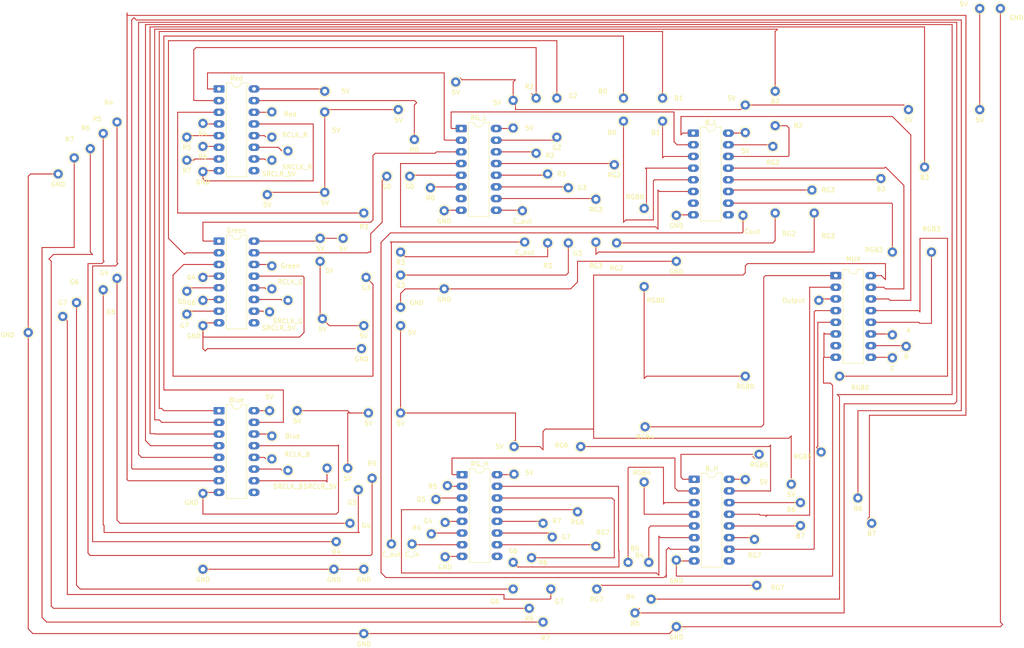
<source format=kicad_pcb>
(kicad_pcb (version 20241229) (generator "pcbnew") (generator_version "9.0")
  (layers (0 "F.Cu" signal) (2 "B.Cu" signal) (13 "F.Paste" user) (15 "B.Paste" user) (5 "F.SilkS" user "F.Silkscreen") (7 "B.SilkS" user "B.Silkscreen") (1 "F.Mask" user) (3 "B.Mask" user) (25 "Edge.Cuts" user))
  (net 0 "")
  (footprint "Connector_Pin:Pin_D1.0mm_L10.0mm" (layer "F.Cu") (at 174 144.5)
    (property "Reference" "GND")
    (property "Value" "Pin_D1.0mm_L10.0mm" (hide yes))
  )
  (footprint "Connector_Pin:Pin_D1.0mm_L10.0mm" (layer "F.Cu") (at 86 85.5)
    (property "Reference" "RCLK_G")
    (property "Value" "Pin_D1.0mm_L10.0mm" (hide yes))
  )
  (footprint "Connector_Pin:Pin_D1.0mm_L10.0mm" (layer "F.Cu") (at 162.5 44)
    (property "Reference" "B0")
    (property "Value" "Pin_D1.0mm_L10.0mm" (hide yes))
  )
  (footprint "Connector_Pin:Pin_D1.0mm_L10.0mm" (layer "F.Cu") (at 71 49.5)
    (property "Reference" "R4")
    (property "Value" "Pin_D1.0mm_L10.0mm" (hide yes))
  )
  (footprint "Connector_Pin:Pin_D1.0mm_L10.0mm" (layer "F.Cu") (at 189 51.5)
    (property "Reference" "5V")
    (property "Value" "Pin_D1.0mm_L10.0mm" (hide yes))
  )
  (footprint "Connector_Pin:Pin_D1.0mm_L10.0mm" (layer "F.Cu") (at 189 45.5)
    (property "Reference" "5V")
    (property "Value" "Pin_D1.0mm_L10.0mm" (hide yes))
  )
  (footprint "Connector_Pin:Pin_D1.0mm_L10.0mm" (layer "F.Cu") (at 116.5 141)
    (property "Reference" "C_in")
    (property "Value" "Pin_D1.0mm_L10.0mm" (hide yes))
  )
  (footprint "Package_DIP:DIP-16_W7.62mm_LongPads" (layer "F.Cu") (at 74.5 75.11)
    (property "Reference" "Green")
    (property "Value" "DIP-16_W7.62mm_LongPads" (hide yes))
  )
  (footprint "Connector_Pin:Pin_D1.0mm_L10.0mm" (layer "F.Cu") (at 143.5 56)
    (property "Reference" "R2")
    (property "Value" "Pin_D1.0mm_L10.0mm" (hide yes))
  )
  (footprint "Connector_Pin:Pin_D1.0mm_L10.0mm" (layer "F.Cu") (at 161 75.5)
    (property "Reference" "RG2")
    (property "Value" "Pin_D1.0mm_L10.0mm" (hide yes))
  )
  (footprint "Connector_Pin:Pin_D1.0mm_L10.0mm" (layer "F.Cu") (at 195.5 69)
    (property "Reference" "RG2")
    (property "Value" "Pin_D1.0mm_L10.0mm" (hide yes))
  )
  (footprint "Connector_Pin:Pin_D1.0mm_L10.0mm" (layer "F.Cu") (at 191.5 150)
    (property "Reference" "RG7")
    (property "Value" "Pin_D1.0mm_L10.0mm" (hide yes))
  )
  (footprint "Connector_Pin:Pin_D1.0mm_L10.0mm" (layer "F.Cu") (at 140.5 68.5)
    (property "Reference" "C_out")
    (property "Value" "Pin_D1.0mm_L10.0mm" (hide yes))
  )
  (footprint "Connector_Pin:Pin_D1.0mm_L10.0mm" (layer "F.Cu") (at 240 24.5)
    (property "Reference" "5V")
    (property "Value" "Pin_D1.0mm_L10.0mm" (hide yes))
  )
  (footprint "Connector_Pin:Pin_D1.0mm_L10.0mm" (layer "F.Cu") (at 43.5 88.5)
    (property "Reference" "G6")
    (property "Value" "Pin_D1.0mm_L10.0mm" (hide yes))
  )
  (footprint "Connector_Pin:Pin_D1.0mm_L10.0mm" (layer "F.Cu") (at 97.5 47)
    (property "Reference" "5V")
    (property "Value" "Pin_D1.0mm_L10.0mm" (hide yes))
  )
  (footprint "Package_DIP:DIP-16_W7.62mm_LongPads" (layer "F.Cu") (at 127.38 125.92)
    (property "Reference" "RG_H")
    (property "Value" "DIP-16_W7.62mm_LongPads" (hide yes))
  )
  (footprint "Connector_Pin:Pin_D1.0mm_L10.0mm" (layer "F.Cu") (at 147 139.5)
    (property "Reference" "G7")
    (property "Value" "Pin_D1.0mm_L10.0mm" (hide yes))
  )
  (footprint "Connector_Pin:Pin_D1.0mm_L10.0mm" (layer "F.Cu") (at 67.5 57.5)
    (property "Reference" "R7")
    (property "Value" "Pin_D1.0mm_L10.0mm" (hide yes))
  )
  (footprint "Connector_Pin:Pin_D1.0mm_L10.0mm" (layer "F.Cu") (at 123.5 85.5)
    (property "Reference" "GND")
    (property "Value" "Pin_D1.0mm_L10.0mm" (hide yes))
  )
  (footprint "Connector_Pin:Pin_D1.0mm_L10.0mm" (layer "F.Cu") (at 120.5 63.5)
    (property "Reference" "R0")
    (property "Value" "Pin_D1.0mm_L10.0mm" (hide yes))
  )
  (footprint "Package_DIP:DIP-16_W7.62mm_LongPads" (layer "F.Cu") (at 177.88 126.92)
    (property "Reference" "B_H")
    (property "Value" "DIP-16_W7.62mm_LongPads" (hide yes))
  )
  (footprint "Connector_Pin:Pin_D1.0mm_L10.0mm" (layer "F.Cu") (at 167.19 115.5)
    (property "Reference" "RGB4")
    (property "Value" "Pin_D1.0mm_L10.0mm" (hide yes))
  )
  (footprint "Connector_Pin:Pin_D1.0mm_L10.0mm" (layer "F.Cu") (at 71 88)
    (property "Reference" "G6")
    (property "Value" "Pin_D1.0mm_L10.0mm" (hide yes))
  )
  (footprint "Connector_Pin:Pin_D1.0mm_L10.0mm" (layer "F.Cu") (at 138.69 125.81)
    (property "Reference" "5V")
    (property "Value" "Pin_D1.0mm_L10.0mm" (hide yes))
  )
  (footprint "Connector_Pin:Pin_D1.0mm_L10.0mm" (layer "F.Cu") (at 71 130)
    (property "Reference" "GND")
    (property "Value" "Pin_D1.0mm_L10.0mm" (hide yes))
  )
  (footprint "Connector_Pin:Pin_D1.0mm_L10.0mm" (layer "F.Cu") (at 221 77.5)
    (property "Reference" "RGB3")
    (property "Value" "Pin_D1.0mm_L10.0mm" (hide yes))
  )
  (footprint "Connector_Pin:Pin_D1.0mm_L10.0mm" (layer "F.Cu") (at 121.69 131.31)
    (property "Reference" "G5")
    (property "Value" "Pin_D1.0mm_L10.0mm" (hide yes))
  )
  (footprint "Connector_Pin:Pin_D1.0mm_L10.0mm" (layer "F.Cu") (at 112 141)
    (property "Reference" "C_out")
    (property "Value" "Pin_D1.0mm_L10.0mm" (hide yes))
  )
  (footprint "Connector_Pin:Pin_D1.0mm_L10.0mm" (layer "F.Cu") (at 162.5 49)
    (property "Reference" "B0")
    (property "Value" "Pin_D1.0mm_L10.0mm" (hide yes))
  )
  (footprint "Connector_Pin:Pin_D1.0mm_L10.0mm" (layer "F.Cu") (at 148 52.5)
    (property "Reference" "G2")
    (property "Value" "Pin_D1.0mm_L10.0mm" (hide yes))
  )
  (footprint "Connector_Pin:Pin_D1.0mm_L10.0mm" (layer "F.Cu") (at 138.5 145)
    (property "Reference" "G6")
    (property "Value" "Pin_D1.0mm_L10.0mm" (hide yes))
  )
  (footprint "Connector_Pin:Pin_D1.0mm_L10.0mm" (layer "F.Cu") (at 224 98)
    (property "Reference" "B")
    (property "Value" "Pin_D1.0mm_L10.0mm" (hide yes))
  )
  (footprint "Connector_Pin:Pin_D1.0mm_L10.0mm" (layer "F.Cu") (at 97 92)
    (property "Reference" "5V")
    (property "Value" "Pin_D1.0mm_L10.0mm" (hide yes))
  )
  (footprint "Connector_Pin:Pin_D1.0mm_L10.0mm" (layer "F.Cu") (at 195.5 42.5)
    (property "Reference" "B2")
    (property "Value" "Pin_D1.0mm_L10.0mm" (hide yes))
  )
  (footprint "Connector_Pin:Pin_D1.0mm_L10.0mm" (layer "F.Cu") (at 89.5 55.5)
    (property "Reference" "SRCLK_R")
    (property "Value" "Pin_D1.0mm_L10.0mm" (hide yes))
  )
  (footprint "Connector_Pin:Pin_D1.0mm_L10.0mm" (layer "F.Cu") (at 124.19 128.31)
    (property "Reference" "R5")
    (property "Value" "Pin_D1.0mm_L10.0mm" (hide yes))
  )
  (footprint "Connector_Pin:Pin_D1.0mm_L10.0mm" (layer "F.Cu") (at 106 146.5)
    (property "Reference" "GND")
    (property "Value" "Pin_D1.0mm_L10.0mm" (hide yes))
  )
  (footprint "Connector_Pin:Pin_D1.0mm_L10.0mm" (layer "F.Cu") (at 49.31 85.69)
    (property "Reference" "G5")
    (property "Value" "Pin_D1.0mm_L10.0mm" (hide yes))
  )
  (footprint "Connector_Pin:Pin_D1.0mm_L10.0mm" (layer "F.Cu") (at 49.31 51.69)
    (property "Reference" "R5")
    (property "Value" "Pin_D1.0mm_L10.0mm" (hide yes))
  )
  (footprint "Connector_Pin:Pin_D1.0mm_L10.0mm" (layer "F.Cu") (at 228 59)
    (property "Reference" "B3")
    (property "Value" "Pin_D1.0mm_L10.0mm" (hide yes))
  )
  (footprint "Connector_Pin:Pin_D1.0mm_L10.0mm" (layer "F.Cu") (at 106.5 83)
    (property "Reference" "G3")
    (property "Value" "Pin_D1.0mm_L10.0mm" (hide yes))
  )
  (footprint "Connector_Pin:Pin_D1.0mm_L10.0mm" (layer "F.Cu") (at 67.5 52.5)
    (property "Reference" "R5")
    (property "Value" "Pin_D1.0mm_L10.0mm" (hide yes))
  )
  (footprint "Connector_Pin:Pin_D1.0mm_L10.0mm" (layer "F.Cu") (at 89.5 125)
    (property "Reference" "SRCLK_B")
    (property "Value" "Pin_D1.0mm_L10.0mm" (hide yes))
  )
  (footprint "Connector_Pin:Pin_D1.0mm_L10.0mm" (layer "F.Cu") (at 71 60)
    (property "Reference" "GND")
    (property "Value" "Pin_D1.0mm_L10.0mm" (hide yes))
  )
  (footprint "Connector_Pin:Pin_D1.0mm_L10.0mm" (layer "F.Cu") (at 114 112.5)
    (property "Reference" "5V")
    (property "Value" "Pin_D1.0mm_L10.0mm" (hide yes))
  )
  (footprint "Connector_Pin:Pin_D1.0mm_L10.0mm" (layer "F.Cu") (at 107.81 126.69)
    (property "Reference" "R5")
    (property "Value" "Pin_D1.0mm_L10.0mm" (hide yes))
  )
  (footprint "Connector_Pin:Pin_D1.0mm_L10.0mm" (layer "F.Cu") (at 150.5 75.5)
    (property "Reference" "G3")
    (property "Value" "Pin_D1.0mm_L10.0mm" (hide yes))
  )
  (footprint "Connector_Pin:Pin_D1.0mm_L10.0mm" (layer "F.Cu") (at 86 122.5)
    (property "Reference" "RCLK_B")
    (property "Value" "Pin_D1.0mm_L10.0mm" (hide yes))
  )
  (footprint "Connector_Pin:Pin_D1.0mm_L10.0mm" (layer "F.Cu") (at 101.5 74.5)
    (property "Reference" "5V")
    (property "Value" "Pin_D1.0mm_L10.0mm" (hide yes))
  )
  (footprint "Connector_Pin:Pin_D1.0mm_L10.0mm" (layer "F.Cu") (at 165 156)
    (property "Reference" "B5")
    (property "Value" "Pin_D1.0mm_L10.0mm" (hide yes))
  )
  (footprint "Connector_Pin:Pin_D1.0mm_L10.0mm" (layer "F.Cu") (at 152.5 134)
    (property "Reference" "RG6")
    (property "Value" "Pin_D1.0mm_L10.0mm" (hide yes))
  )
  (footprint "Connector_Pin:Pin_D1.0mm_L10.0mm" (layer "F.Cu") (at 192 121.5)
    (property "Reference" "RGB5")
    (property "Value" "Pin_D1.0mm_L10.0mm" (hide yes))
  )
  (footprint "Connector_Pin:Pin_D1.0mm_L10.0mm" (layer "F.Cu") (at 102.5 124.5)
    (property "Reference" "5V")
    (property "Value" "Pin_D1.0mm_L10.0mm" (hide yes))
  )
  (footprint "Connector_Pin:Pin_D1.0mm_L10.0mm" (layer "F.Cu") (at 100 140.5)
    (property "Reference" "R4")
    (property "Value" "Pin_D1.0mm_L10.0mm" (hide yes))
  )
  (footprint "Connector_Pin:Pin_D1.0mm_L10.0mm" (layer "F.Cu") (at 146 60.5)
    (property "Reference" "R3")
    (property "Value" "Pin_D1.0mm_L10.0mm" (hide yes))
  )
  (footprint "Connector_Pin:Pin_D1.0mm_L10.0mm" (layer "F.Cu") (at 205.5 121)
    (property "Reference" "RGB5")
    (property "Value" "Pin_D1.0mm_L10.0mm" (hide yes))
  )
  (footprint "Connector_Pin:Pin_D1.0mm_L10.0mm" (layer "F.Cu") (at 52.31 83.19)
    (property "Reference" "G4")
    (property "Value" "Pin_D1.0mm_L10.0mm" (hide yes))
  )
  (footprint "Package_DIP:DIP-16_W7.62mm_LongPads" (layer "F.Cu") (at 74.5 42)
    (property "Reference" "Red")
    (property "Value" "DIP-16_W7.62mm_LongPads" (hide yes))
  )
  (footprint "Connector_Pin:Pin_D1.0mm_L10.0mm" (layer "F.Cu") (at 71 146.5)
    (property "Reference" "GND")
    (property "Value" "Pin_D1.0mm_L10.0mm" (hide yes))
  )
  (footprint "Connector_Pin:Pin_D1.0mm_L10.0mm" (layer "F.Cu") (at 104.81 129.19)
    (property "Reference" "G5")
    (property "Value" "Pin_D1.0mm_L10.0mm" (hide yes))
  )
  (footprint "Connector_Pin:Pin_D1.0mm_L10.0mm" (layer "F.Cu") (at 33 95)
    (property "Reference" "GND")
    (property "Value" "Pin_D1.0mm_L10.0mm" (hide yes))
  )
  (footprint "Connector_Pin:Pin_D1.0mm_L10.0mm" (layer "F.Cu") (at 96.5 79.5)
    (property "Reference" "5V")
    (property "Value" "Pin_D1.0mm_L10.0mm" (hide yes))
  )
  (footprint "Connector_Pin:Pin_D1.0mm_L10.0mm" (layer "F.Cu") (at 106 93.5)
    (property "Reference" "5V")
    (property "Value" "Pin_D1.0mm_L10.0mm" (hide yes))
  )
  (footprint "Connector_Pin:Pin_D1.0mm_L10.0mm" (layer "F.Cu") (at 209.5 104.5)
    (property "Reference" "RGB0")
    (property "Value" "Pin_D1.0mm_L10.0mm" (hide yes))
  )
  (footprint "Connector_Pin:Pin_D1.0mm_L10.0mm" (layer "F.Cu") (at 114 82.5)
    (property "Reference" "G3")
    (property "Value" "Pin_D1.0mm_L10.0mm" (hide yes))
  )
  (footprint "Package_DIP:DIP-16_W7.62mm_LongPads" (layer "F.Cu") (at 177.69 51.61)
    (property "Reference" "B_L")
    (property "Value" "DIP-16_W7.62mm_LongPads" (hide yes))
  )
  (footprint "Connector_Pin:Pin_D1.0mm_L10.0mm" (layer "F.Cu") (at 171 49)
    (property "Reference" "B1")
    (property "Value" "Pin_D1.0mm_L10.0mm" (hide yes))
  )
  (footprint "Connector_Pin:Pin_D1.0mm_L10.0mm" (layer "F.Cu") (at 218.5 61.5)
    (property "Reference" "B3")
    (property "Value" "Pin_D1.0mm_L10.0mm" (hide yes))
  )
  (footprint "Connector_Pin:Pin_D1.0mm_L10.0mm" (layer "F.Cu") (at 86 47)
    (property "Reference" "Red")
    (property "Value" "Pin_D1.0mm_L10.0mm" (hide yes))
  )
  (footprint "Connector_Pin:Pin_D1.0mm_L10.0mm" (layer "F.Cu") (at 86 117.5)
    (property "Reference" "Blue")
    (property "Value" "Pin_D1.0mm_L10.0mm" (hide yes))
  )
  (footprint "Connector_Pin:Pin_D1.0mm_L10.0mm" (layer "F.Cu") (at 43 57)
    (property "Reference" "R7")
    (property "Value" "Pin_D1.0mm_L10.0mm" (hide yes))
  )
  (footprint "Connector_Pin:Pin_D1.0mm_L10.0mm" (layer "F.Cu") (at 174 79.5)
    (property "Reference" "GND")
    (property "Value" "Pin_D1.0mm_L10.0mm" (hide yes))
  )
  (footprint "Connector_Pin:Pin_D1.0mm_L10.0mm" (layer "F.Cu") (at 160.5 58.5)
    (property "Reference" "RG2")
    (property "Value" "Pin_D1.0mm_L10.0mm" (hide yes))
  )
  (footprint "Connector_Pin:Pin_D1.0mm_L10.0mm" (layer "F.Cu") (at 148 44)
    (property "Reference" "G2")
    (property "Value" "Pin_D1.0mm_L10.0mm" (hide yes))
  )
  (footprint "Connector_Pin:Pin_D1.0mm_L10.0mm" (layer "F.Cu") (at 85.5 112)
    (property "Reference" "5V")
    (property "Value" "Pin_D1.0mm_L10.0mm" (hide yes))
  )
  (footprint "Connector_Pin:Pin_D1.0mm_L10.0mm" (layer "F.Cu") (at 97.5 64.5)
    (property "Reference" "5V")
    (property "Value" "Pin_D1.0mm_L10.0mm" (hide yes))
  )
  (footprint "Connector_Pin:Pin_D1.0mm_L10.0mm" (layer "F.Cu") (at 221 100.5)
    (property "Reference" "C")
    (property "Value" "Pin_D1.0mm_L10.0mm" (hide yes))
  )
  (footprint "Connector_Pin:Pin_D1.0mm_L10.0mm" (layer "F.Cu") (at 156.5 141.5)
    (property "Reference" "RG7")
    (property "Value" "Pin_D1.0mm_L10.0mm" (hide yes))
  )
  (footprint "Connector_Pin:Pin_D1.0mm_L10.0mm" (layer "F.Cu") (at 103 136.5)
    (property "Reference" "G4")
    (property "Value" "Pin_D1.0mm_L10.0mm" (hide yes))
  )
  (footprint "Connector_Pin:Pin_D1.0mm_L10.0mm" (layer "F.Cu") (at 203.5 64)
    (property "Reference" "RG3")
    (property "Value" "Pin_D1.0mm_L10.0mm" (hide yes))
  )
  (footprint "Connector_Pin:Pin_D1.0mm_L10.0mm" (layer "F.Cu") (at 142.5 144)
    (property "Reference" "R6")
    (property "Value" "Pin_D1.0mm_L10.0mm" (hide yes))
  )
  (footprint "Connector_Pin:Pin_D1.0mm_L10.0mm" (layer "F.Cu") (at 114 93.5)
    (property "Reference" "5V")
    (property "Value" "Pin_D1.0mm_L10.0mm" (hide yes))
  )
  (footprint "Connector_Pin:Pin_D1.0mm_L10.0mm" (layer "F.Cu") (at 224.5 46.5)
    (property "Reference" "5V")
    (property "Value" "Pin_D1.0mm_L10.0mm" (hide yes))
  )
  (footprint "Connector_Pin:Pin_D1.0mm_L10.0mm" (layer "F.Cu") (at 174 69.5)
    (property "Reference" "GND")
    (property "Value" "Pin_D1.0mm_L10.0mm" (hide yes))
  )
  (footprint "Connector_Pin:Pin_D1.0mm_L10.0mm" (layer "F.Cu") (at 229.5 77.5)
    (property "Reference" "RGB3")
    (property "Value" "Pin_D1.0mm_L10.0mm" (hide yes))
  )
  (footprint "Connector_Pin:Pin_D1.0mm_L10.0mm" (layer "F.Cu") (at 145 136.5)
    (property "Reference" "R7")
    (property "Value" "Pin_D1.0mm_L10.0mm" (hide yes))
  )
  (footprint "Connector_Pin:Pin_D1.0mm_L10.0mm" (layer "F.Cu") (at 195 54.5)
    (property "Reference" "RG2")
    (property "Value" "Pin_D1.0mm_L10.0mm" (hide yes))
  )
  (footprint "Connector_Pin:Pin_D1.0mm_L10.0mm" (layer "F.Cu") (at 123.5 68.5)
    (property "Reference" "GND")
    (property "Value" "Pin_D1.0mm_L10.0mm" (hide yes))
  )
  (footprint "Connector_Pin:Pin_D1.0mm_L10.0mm" (layer "F.Cu") (at 244.5 24.5)
    (property "Reference" "GND")
    (property "Value" "Pin_D1.0mm_L10.0mm" (hide yes))
  )
  (footprint "Connector_Pin:Pin_D1.0mm_L10.0mm" (layer "F.Cu") (at 106 160.5)
    (property "Reference" "GND")
    (property "Value" "Pin_D1.0mm_L10.0mm" (hide yes))
  )
  (footprint "Connector_Pin:Pin_D1.0mm_L10.0mm" (layer "F.Cu") (at 146.69 150.81)
    (property "Reference" "G7")
    (property "Value" "Pin_D1.0mm_L10.0mm" (hide yes))
  )
  (footprint "Connector_Pin:Pin_D1.0mm_L10.0mm" (layer "F.Cu") (at 195.5 50)
    (property "Reference" "B2")
    (property "Value" "Pin_D1.0mm_L10.0mm" (hide yes))
  )
  (footprint "Connector_Pin:Pin_D1.0mm_L10.0mm" (layer "F.Cu") (at 71 83)
    (property "Reference" "G4")
    (property "Value" "Pin_D1.0mm_L10.0mm" (hide yes))
  )
  (footprint "Connector_Pin:Pin_D1.0mm_L10.0mm" (layer "F.Cu") (at 86 80.5)
    (property "Reference" "Green")
    (property "Value" "Pin_D1.0mm_L10.0mm" (hide yes))
  )
  (footprint "Connector_Pin:Pin_D1.0mm_L10.0mm" (layer "F.Cu") (at 116 61)
    (property "Reference" "G0")
    (property "Value" "Pin_D1.0mm_L10.0mm" (hide yes))
  )
  (footprint "Connector_Pin:Pin_D1.0mm_L10.0mm" (layer "F.Cu") (at 156.5 75.31)
    (property "Reference" "RG3")
    (property "Value" "Pin_D1.0mm_L10.0mm" (hide yes))
  )
  (footprint "Connector_Pin:Pin_D1.0mm_L10.0mm" (layer "F.Cu") (at 142 155)
    (property "Reference" "R6")
    (property "Value" "Pin_D1.0mm_L10.0mm" (hide yes))
  )
  (footprint "Connector_Pin:Pin_D1.0mm_L10.0mm" (layer "F.Cu") (at 205 88)
    (property "Reference" "Output")
    (property "Value" "Pin_D1.0mm_L10.0mm" (hide yes))
  )
  (footprint "Connector_Pin:Pin_D1.0mm_L10.0mm" (layer "F.Cu") (at 114 89.5)
    (property "Reference" "GND")
    (property "Value" "Pin_D1.0mm_L10.0mm" (hide yes))
  )
  (footprint "Package_DIP:DIP-16_W7.62mm_LongPads" (layer "F.Cu") (at 74.5 112)
    (property "Reference" "Blue")
    (property "Value" "DIP-16_W7.62mm_LongPads" (hide yes))
  )
  (footprint "Connector_Pin:Pin_D1.0mm_L10.0mm" (layer "F.Cu") (at 150.5 63.5)
    (property "Reference" "G3")
    (property "Value" "Pin_D1.0mm_L10.0mm" (hide yes))
  )
  (footprint "Connector_Pin:Pin_D1.0mm_L10.0mm" (layer "F.Cu") (at 213.5 131)
    (property "Reference" "B6")
    (property "Value" "Pin_D1.0mm_L10.0mm" (hide yes))
  )
  (footprint "Package_DIP:DIP-16_W7.62mm_LongPads" (layer "F.Cu") (at 208.69 82.61)
    (property "Reference" "MUX")
    (property "Value" "DIP-16_W7.62mm_LongPads" (hide yes))
  )
  (footprint "Connector_Pin:Pin_D1.0mm_L10.0mm" (layer "F.Cu") (at 216.5 136.5)
    (property "Reference" "B7")
    (property "Value" "Pin_D1.0mm_L10.0mm" (hide yes))
  )
  (footprint "Connector_Pin:Pin_D1.0mm_L10.0mm" (layer "F.Cu") (at 145 158)
    (property "Reference" "R7")
    (property "Value" "Pin_D1.0mm_L10.0mm" (hide yes))
  )
  (footprint "Connector_Pin:Pin_D1.0mm_L10.0mm" (layer "F.Cu") (at 167 85)
    (property "Reference" "RGB0")
    (property "Value" "Pin_D1.0mm_L10.0mm" (hide yes))
  )
  (footprint "Connector_Pin:Pin_D1.0mm_L10.0mm" (layer "F.Cu") (at 67.5 91)
    (property "Reference" "G7")
    (property "Value" "Pin_D1.0mm_L10.0mm" (hide yes))
  )
  (footprint "Connector_Pin:Pin_D1.0mm_L10.0mm" (layer "F.Cu") (at 71 54.5)
    (property "Reference" "R6")
    (property "Value" "Pin_D1.0mm_L10.0mm" (hide yes))
  )
  (footprint "Connector_Pin:Pin_D1.0mm_L10.0mm" (layer "F.Cu") (at 191 140)
    (property "Reference" "RG7")
    (property "Value" "Pin_D1.0mm_L10.0mm" (hide yes))
  )
  (footprint "Connector_Pin:Pin_D1.0mm_L10.0mm" (layer "F.Cu") (at 156.69 150.81)
    (property "Reference" "RG7")
    (property "Value" "Pin_D1.0mm_L10.0mm" (hide yes))
  )
  (footprint "Connector_Pin:Pin_D1.0mm_L10.0mm" (layer "F.Cu") (at 114 77.5)
    (property "Reference" "R3")
    (property "Value" "Pin_D1.0mm_L10.0mm" (hide yes))
  )
  (footprint "Connector_Pin:Pin_D1.0mm_L10.0mm" (layer "F.Cu") (at 199 128)
    (property "Reference" "5V")
    (property "Value" "Pin_D1.0mm_L10.0mm" (hide yes))
  )
  (footprint "Connector_Pin:Pin_D1.0mm_L10.0mm" (layer "F.Cu") (at 171 44)
    (property "Reference" "B1")
    (property "Value" "Pin_D1.0mm_L10.0mm" (hide yes))
  )
  (footprint "Connector_Pin:Pin_D1.0mm_L10.0mm" (layer "F.Cu") (at 174 159)
    (property "Reference" "GND")
    (property "Value" "Pin_D1.0mm_L10.0mm" (hide yes))
  )
  (footprint "Connector_Pin:Pin_D1.0mm_L10.0mm" (layer "F.Cu") (at 113.5 46.5)
    (property "Reference" "5V")
    (property "Value" "Pin_D1.0mm_L10.0mm" (hide yes))
  )
  (footprint "Connector_Pin:Pin_D1.0mm_L10.0mm" (layer "F.Cu") (at 52.31 49.19)
    (property "Reference" "R4")
    (property "Value" "Pin_D1.0mm_L10.0mm" (hide yes))
  )
  (footprint "Connector_Pin:Pin_D1.0mm_L10.0mm" (layer "F.Cu") (at 146 75.5)
    (property "Reference" "R3")
    (property "Value" "Pin_D1.0mm_L10.0mm" (hide yes))
  )
  (footprint "Connector_Pin:Pin_D1.0mm_L10.0mm" (layer "F.Cu") (at 240 46.5)
    (property "Reference" "5V")
    (property "Value" "Pin_D1.0mm_L10.0mm" (hide yes))
  )
  (footprint "Connector_Pin:Pin_D1.0mm_L10.0mm" (layer "F.Cu") (at 123.69 143.81)
    (property "Reference" "GND")
    (property "Value" "Pin_D1.0mm_L10.0mm" (hide yes))
  )
  (footprint "Connector_Pin:Pin_D1.0mm_L10.0mm" (layer "F.Cu") (at 189 127)
    (property "Reference" "5V")
    (property "Value" "Pin_D1.0mm_L10.0mm" (hide yes))
  )
  (footprint "Connector_Pin:Pin_D1.0mm_L10.0mm" (layer "F.Cu") (at 141 75.31)
    (property "Reference" "C_out")
    (property "Value" "Pin_D1.0mm_L10.0mm" (hide yes))
  )
  (footprint "Connector_Pin:Pin_D1.0mm_L10.0mm" (layer "F.Cu") (at 71 93.5)
    (property "Reference" "GND")
    (property "Value" "Pin_D1.0mm_L10.0mm" (hide yes))
  )
  (footprint "Connector_Pin:Pin_D1.0mm_L10.0mm" (layer "F.Cu") (at 98 124.5)
    (property "Reference" "SRCLR_5V")
    (property "Value" "Pin_D1.0mm_L10.0mm" (hide yes))
  )
  (footprint "Package_DIP:DIP-16_W7.62mm_LongPads" (layer "F.Cu") (at 127.19 50.61)
    (property "Reference" "RG_L")
    (property "Value" "DIP-16_W7.62mm_LongPads" (hide yes))
  )
  (footprint "Connector_Pin:Pin_D1.0mm_L10.0mm" (layer "F.Cu") (at 138.69 119.81)
    (property "Reference" "5V")
    (property "Value" "Pin_D1.0mm_L10.0mm" (hide yes))
  )
  (footprint "Connector_Pin:Pin_D1.0mm_L10.0mm" (layer "F.Cu") (at 97.5 42.5)
    (property "Reference" "5V")
    (property "Value" "Pin_D1.0mm_L10.0mm" (hide yes))
  )
  (footprint "Connector_Pin:Pin_D1.0mm_L10.0mm" (layer "F.Cu") (at 107 112.5)
    (property "Reference" "5V")
    (property "Value" "Pin_D1.0mm_L10.0mm" (hide yes))
  )
  (footprint "Connector_Pin:Pin_D1.0mm_L10.0mm" (layer "F.Cu") (at 89.5 88)
    (property "Reference" "SRCLK_G")
    (property "Value" "Pin_D1.0mm_L10.0mm" (hide yes))
  )
  (footprint "Connector_Pin:Pin_D1.0mm_L10.0mm" (layer "F.Cu") (at 86 52.5)
    (property "Reference" "RCLK_R")
    (property "Value" "Pin_D1.0mm_L10.0mm" (hide yes))
  )
  (footprint "Connector_Pin:Pin_D1.0mm_L10.0mm" (layer "F.Cu") (at 138.5 44.5)
    (property "Reference" "5V")
    (property "Value" "Pin_D1.0mm_L10.0mm" (hide yes))
  )
  (footprint "Connector_Pin:Pin_D1.0mm_L10.0mm" (layer "F.Cu") (at 138.5 150.81)
    (property "Reference" "G6")
    (property "Value" "Pin_D1.0mm_L10.0mm" (hide yes))
  )
  (footprint "Connector_Pin:Pin_D1.0mm_L10.0mm" (layer "F.Cu") (at 106 69)
    (property "Reference" "R3")
    (property "Value" "Pin_D1.0mm_L10.0mm" (hide yes))
  )
  (footprint "Connector_Pin:Pin_D1.0mm_L10.0mm" (layer "F.Cu") (at 156.5 66)
    (property "Reference" "RG3")
    (property "Value" "Pin_D1.0mm_L10.0mm" (hide yes))
  )
  (footprint "Connector_Pin:Pin_D1.0mm_L10.0mm" (layer "F.Cu") (at 153.19 119.81)
    (property "Reference" "RG6")
    (property "Value" "Pin_D1.0mm_L10.0mm" (hide yes))
  )
  (footprint "Connector_Pin:Pin_D1.0mm_L10.0mm" (layer "F.Cu") (at 120.69 138.81)
    (property "Reference" "R4")
    (property "Value" "Pin_D1.0mm_L10.0mm" (hide yes))
  )
  (footprint "Connector_Pin:Pin_D1.0mm_L10.0mm" (layer "F.Cu") (at 123.69 136.31)
    (property "Reference" "G4")
    (property "Value" "Pin_D1.0mm_L10.0mm" (hide yes))
  )
  (footprint "Connector_Pin:Pin_D1.0mm_L10.0mm" (layer "F.Cu") (at 39.5 60.5)
    (property "Reference" "GND")
    (property "Value" "Pin_D1.0mm_L10.0mm" (hide yes))
  )
  (footprint "Connector_Pin:Pin_D1.0mm_L10.0mm" (layer "F.Cu") (at 204 69)
    (property "Reference" "RG3")
    (property "Value" "Pin_D1.0mm_L10.0mm" (hide yes))
  )
  (footprint "Connector_Pin:Pin_D1.0mm_L10.0mm" (layer "F.Cu") (at 189 104.5)
    (property "Reference" "RGB0")
    (property "Value" "Pin_D1.0mm_L10.0mm" (hide yes))
  )
  (footprint "Connector_Pin:Pin_D1.0mm_L10.0mm" (layer "F.Cu") (at 126 40.5)
    (property "Reference" "5V")
    (property "Value" "Pin_D1.0mm_L10.0mm" (hide yes))
  )
  (footprint "Connector_Pin:Pin_D1.0mm_L10.0mm" (layer "F.Cu") (at 143.5 44)
    (property "Reference" "R2")
    (property "Value" "Pin_D1.0mm_L10.0mm" (hide yes))
  )
  (footprint "Connector_Pin:Pin_D1.0mm_L10.0mm" (layer "F.Cu") (at 201 137)
    (property "Reference" "B7")
    (property "Value" "Pin_D1.0mm_L10.0mm" (hide yes))
  )
  (footprint "Connector_Pin:Pin_D1.0mm_L10.0mm" (layer "F.Cu") (at 163.5 145)
    (property "Reference" "B5")
    (property "Value" "Pin_D1.0mm_L10.0mm" (hide yes))
  )
  (footprint "Connector_Pin:Pin_D1.0mm_L10.0mm" (layer "F.Cu") (at 117 53)
    (property "Reference" "R0")
    (property "Value" "Pin_D1.0mm_L10.0mm" (hide yes))
  )
  (footprint "Connector_Pin:Pin_D1.0mm_L10.0mm" (layer "F.Cu") (at 105.5 98.5)
    (property "Reference" "GND")
    (property "Value" "Pin_D1.0mm_L10.0mm" (hide yes))
  )
  (footprint "Connector_Pin:Pin_D1.0mm_L10.0mm" (layer "F.Cu") (at 168.5 153)
    (property "Reference" "B4")
    (property "Value" "Pin_D1.0mm_L10.0mm" (hide yes))
  )
  (footprint "Connector_Pin:Pin_D1.0mm_L10.0mm" (layer "F.Cu") (at 167 127.5)
    (property "Reference" "RGB4")
    (property "Value" "Pin_D1.0mm_L10.0mm" (hide yes))
  )
  (footprint "Connector_Pin:Pin_D1.0mm_L10.0mm" (layer "F.Cu") (at 168 145)
    (property "Reference" "B4")
    (property "Value" "Pin_D1.0mm_L10.0mm" (hide yes))
  )
  (footprint "Connector_Pin:Pin_D1.0mm_L10.0mm" (layer "F.Cu") (at 138.5 50.5)
    (property "Reference" "5V")
    (property "Value" "Pin_D1.0mm_L10.0mm" (hide yes))
  )
  (footprint "Connector_Pin:Pin_D1.0mm_L10.0mm" (layer "F.Cu") (at 85 65)
    (property "Reference" "5V")
    (property "Value" "Pin_D1.0mm_L10.0mm" (hide yes))
  )
  (footprint "Connector_Pin:Pin_D1.0mm_L10.0mm" (layer "F.Cu") (at 201 132)
    (property "Reference" "B6")
    (property "Value" "Pin_D1.0mm_L10.0mm" (hide yes))
  )
  (footprint "Connector_Pin:Pin_D1.0mm_L10.0mm" (layer "F.Cu") (at 99.5 146.5)
    (property "Reference" "GND")
    (property "Value" "Pin_D1.0mm_L10.0mm" (hide yes))
  )
  (footprint "Connector_Pin:Pin_D1.0mm_L10.0mm" (layer "F.Cu") (at 188.5 69.5)
    (property "Reference" "Cout")
    (property "Value" "Pin_D1.0mm_L10.0mm" (hide yes))
  )
  (footprint "Connector_Pin:Pin_D1.0mm_L10.0mm" (layer "F.Cu") (at 167 68)
    (property "Reference" "RGB0")
    (property "Value" "Pin_D1.0mm_L10.0mm" (hide yes))
  )
  (footprint "Connector_Pin:Pin_D1.0mm_L10.0mm" (layer "F.Cu") (at 67.5 86)
    (property "Reference" "G5")
    (property "Value" "Pin_D1.0mm_L10.0mm" (hide yes))
  )
  (footprint "Connector_Pin:Pin_D1.0mm_L10.0mm" (layer "F.Cu") (at 40.5 91.5)
    (property "Reference" "G7")
    (property "Value" "Pin_D1.0mm_L10.0mm" (hide yes))
  )
  (footprint "Connector_Pin:Pin_D1.0mm_L10.0mm" (layer "F.Cu") (at 86 57.5)
    (property "Reference" "SRCLR_5V")
    (property "Value" "Pin_D1.0mm_L10.0mm" (hide yes))
  )
  (footprint "Connector_Pin:Pin_D1.0mm_L10.0mm" (layer "F.Cu") (at 221 95.5)
    (property "Reference" "A")
    (property "Value" "Pin_D1.0mm_L10.0mm" (hide yes))
  )
  (footprint "Connector_Pin:Pin_D1.0mm_L10.0mm" (layer "F.Cu") (at 111 61)
    (property "Reference" "G0")
    (property "Value" "Pin_D1.0mm_L10.0mm" (hide yes))
  )
  (footprint "Connector_Pin:Pin_D1.0mm_L10.0mm" (layer "F.Cu") (at 85.5 90.5)
    (property "Reference" "SRCLR_5V")
    (property "Value" "Pin_D1.0mm_L10.0mm" (hide yes))
  )
  (footprint "Connector_Pin:Pin_D1.0mm_L10.0mm" (layer "F.Cu") (at 96.5 74.5)
    (property "Reference" "5V")
    (property "Value" "Pin_D1.0mm_L10.0mm" (hide yes))
  )
  (footprint "Connector_Pin:Pin_D1.0mm_L10.0mm" (layer "F.Cu") (at 46.5 55)
    (property "Reference" "R6")
    (property "Value" "Pin_D1.0mm_L10.0mm" (hide yes))
  )
  (footprint "Connector_Pin:Pin_D1.0mm_L10.0mm" (layer "F.Cu") (at 91.5 112)
    (property "Reference" "5V")
    (property "Value" "Pin_D1.0mm_L10.0mm" (hide yes))
  )
  (segment (start 114 112.5) (end 114 93.5) (width 0.2) (layer "F.Cu") (net 0))
  (segment (start 135 136.08) (end 144.58 136.08) (width 0.2) (layer "F.Cu") (net 0))
  (segment (start 189 82) (end 188.5 82.5) (width 0.2) (layer "F.Cu") (net 0))
  (segment (start 95.89 75.11) (end 96.5 74.5) (width 0.2) (layer "F.Cu") (net 0))
  (segment (start 163.69 124.31) (end 163.5 124.5) (width 0.2) (layer "F.Cu") (net 0))
  (segment (start 100.5 119.5) (end 100.5 134) (width 0.2) (layer "F.Cu") (net 0))
  (segment (start 145 116.5) (end 145.5 116) (width 0.2) (layer "F.Cu") (net 0))
  (segment (start 55.5 27) (end 55.5 124.5) (width 0.2) (layer "F.Cu") (net 0))
  (segment (start 192.04 134.54) (end 185.5 134.54) (width 0.2) (layer "F.Cu") (net 0))
  (segment (start 169 70.5) (end 163 70.5) (width 0.2) (layer "F.Cu") (net 0))
  (segment (start 74.5 87.81) (end 71.19 87.81) (width 0.2) (layer "F.Cu") (net 0))
  (segment (start 64.5 82.5) (end 64.5 104.5) (width 0.2) (layer "F.Cu") (net 0))
  (segment (start 46 143) (end 46 80) (width 0.2) (layer "F.Cu") (net 0))
  (segment (start 125.3 125.92) (end 125.19 125.81) (width 0.2) (layer "F.Cu") (net 0))
  (segment (start 82.12 117.08) (end 85.58 117.08) (width 0.2) (layer "F.Cu") (net 0))
  (segment (start 82.12 85.27) (end 84.469 85.27) (width 0.2) (layer "F.Cu") (net 0))
  (segment (start 169.69 147.31) (end 170.19 147.81) (width 0.2) (layer "F.Cu") (net 0))
  (segment (start 234 28) (end 58.5 28) (width 0.2) (layer "F.Cu") (net 0))
  (segment (start 233 104.5) (end 209.5 104.5) (width 0.2) (layer "F.Cu") (net 0))
  (segment (start 100 134.5) (end 71 134.5) (width 0.2) (layer "F.Cu") (net 0))
  (segment (start 244.5 158) (end 245 158.5) (width 0.2) (layer "F.Cu") (net 0))
  (segment (start 60.5 117) (end 60.58 117.08) (width 0.2) (layer "F.Cu") (net 0))
  (segment (start 171 29.5) (end 171 44) (width 0.2) (layer "F.Cu") (net 0))
  (segment (start 127.19 53.15) (end 123.65 53.15) (width 0.2) (layer "F.Cu") (net 0))
  (segment (start 171 29.5) (end 61.5 29.5) (width 0.2) (layer "F.Cu") (net 0))
  (segment (start 225 88) (end 220.5 88) (width 0.2) (layer "F.Cu") (net 0))
  (segment (start 98 46.5) (end 97.5 47) (width 0.2) (layer "F.Cu") (net 0))
  (segment (start 72 98.5) (end 104.199 98.5) (width 0.2) (layer "F.Cu") (net 0))
  (segment (start 171.81 142.31) (end 172.31 141.81) (width 0.2) (layer "F.Cu") (net 0))
  (segment (start 74.5 122.16) (end 57.66 122.16) (width 0.2) (layer "F.Cu") (net 0))
  (segment (start 142 155) (end 38.5 155) (width 0.2) (layer "F.Cu") (net 0))
  (segment (start 69.5 33) (end 143.5 33) (width 0.2) (layer "F.Cu") (net 0))
  (segment (start 193.39 82.61) (end 208.69 82.61) (width 0.2) (layer "F.Cu") (net 0))
  (segment (start 173.69 128.81) (end 174.34 129.46) (width 0.2) (layer "F.Cu") (net 0))
  (segment (start 111 61) (end 110 62) (width 0.2) (layer "F.Cu") (net 0))
  (segment (start 111.81 75.31) (end 141 75.31) (width 0.2) (layer "F.Cu") (net 0))
  (segment (start 125 47) (end 173.5 47) (width 0.2) (layer "F.Cu") (net 0))
  (segment (start 74.5 127.24) (end 54.74 127.24) (width 0.2) (layer "F.Cu") (net 0))
  (segment (start 188.5 69.5) (end 188.5 73.12) (width 0.2) (layer "F.Cu") (net 0))
  (segment (start 82.12 75.11) (end 95.89 75.11) (width 0.2) (layer "F.Cu") (net 0))
  (segment (start 162.5 30.5) (end 162.5 44) (width 0.2) (layer "F.Cu") (net 0))
  (segment (start 67 78) (end 67.35 77.65) (width 0.2) (layer "F.Cu") (net 0))
  (segment (start 97.74 127.24) (end 98 127.5) (width 0.2) (layer "F.Cu") (net 0))
  (segment (start 221 48) (end 225 52) (width 0.2) (layer "F.Cu") (net 0))
  (segment (start 194 129.5) (end 193.96 129.46) (width 0.2) (layer "F.Cu") (net 0))
  (segment (start 234.5 110.5) (end 210.5 110.5) (width 0.2) (layer "F.Cu") (net 0))
  (segment (start 206 106) (end 206 100.5) (width 0.2) (layer "F.Cu") (net 0))
  (segment (start 88.5 114.5) (end 88.46 114.54) (width 0.2) (layer "F.Cu") (net 0))
  (segment (start 82.12 47.08) (end 85.92 47.08) (width 0.2) (layer "F.Cu") (net 0))
  (segment (start 171 57) (end 171 49) (width 0.2) (layer "F.Cu") (net 0))
  (segment (start 49.31 136.81) (end 49.31 85.69) (width 0.2) (layer "F.Cu") (net 0))
  (segment (start 98 127.5) (end 98 125.801) (width 0.2) (layer "F.Cu") (net 0))
  (segment (start 61.5 111.5) (end 62 111.5) (width 0.2) (layer "F.Cu") (net 0))
  (segment (start 63.5 74.5) (end 67 78) (width 0.2) (layer "F.Cu") (net 0))
  (segment (start 229.5 77.5) (end 229.5 93) (width 0.2) (layer "F.Cu") (net 0))
  (segment (start 146.5 153) (end 146.69 152.81) (width 0.2) (layer "F.Cu") (net 0))
  (segment (start 138.69 119.81) (end 144.31 119.81) (width 0.2) (layer "F.Cu") (net 0))
  (segment (start 170.5 139.62) (end 177.88 139.62) (width 0.2) (layer "F.Cu") (net 0))
  (segment (start 38.5 155) (end 38 154.5) (width 0.2) (layer "F.Cu") (net 0))
  (segment (start 62.5 112) (end 74.5 112) (width 0.2) (layer "F.Cu") (net 0))
  (segment (start 143.19 55.69) (end 143.5 56) (width 0.2) (layer "F.Cu") (net 0))
  (segment (start 171.19 132.31) (end 171.19 124.31) (width 0.2) (layer "F.Cu") (net 0))
  (segment (start 74.5 59.78) (end 71.22 59.78) (width 0.2) (layer "F.Cu") (net 0))
  (segment (start 97 42) (end 97.5 42.5) (width 0.2) (layer "F.Cu") (net 0))
  (segment (start 216.31 90.23) (end 226.73 90.23) (width 0.2) (layer "F.Cu") (net 0))
  (segment (start 172.5 160.5) (end 106 160.5) (width 0.2) (layer "F.Cu") (net 0))
  (segment (start 189 80.5) (end 189 82) (width 0.2) (layer "F.Cu") (net 0))
  (segment (start 203 85.15) (end 208.69 85.15) (width 0.2) (layer "F.Cu") (net 0))
  (segment (start 152.04 133.54) (end 152.5 134) (width 0.2) (layer "F.Cu") (net 0))
  (segment (start 93 95) (end 92 96) (width 0.2) (layer "F.Cu") (net 0))
  (segment (start 127.38 125.92) (end 125.3 125.92) (width 0.2) (layer "F.Cu") (net 0))
  (segment (start 62.5 30.5) (end 62.5 107.5) (width 0.2) (layer "F.Cu") (net 0))
  (segment (start 71.27 82.73) (end 71 83) (width 0.2) (layer "F.Cu") (net 0))
  (segment (start 150.5 82) (end 150 82.5) (width 0.2) (layer "F.Cu") (net 0))
  (segment (start 167.04 134.54) (end 167 134.5) (width 0.2) (layer "F.Cu") (net 0))
  (segment (start 237 26) (end 237 113) (width 0.2) (layer "F.Cu") (net 0))
  (segment (start 223.5 85.5) (end 219.5 85.5) (width 0.2) (layer "F.Cu") (net 0))
  (segment (start 71 61.5) (end 71 60) (width 0.2) (layer "F.Cu") (net 0))
  (segment (start 146.12 138.62) (end 147 139.5) (width 0.2) (layer "F.Cu") (net 0))
  (segment (start 74.3 54.5) (end 74.5 54.7) (width 0.2) (layer "F.Cu") (net 0))
  (segment (start 97.5 47) (end 97.5 64.5) (width 0.2) (layer "F.Cu") (net 0))
  (segment (start 177.88 132) (end 171.5 132) (width 0.2) (layer "F.Cu") (net 0))
  (segment (start 96.5 74.5) (end 100.199 74.5) (width 0.2) (layer "F.Cu") (net 0))
  (segment (start 167.27 59.23) (end 167.5 59.46) (width 0.2) (layer "F.Cu") (net 0))
  (segment (start 177.69 51.61) (end 175.39 51.61) (width 0.2) (layer "F.Cu") (net 0))
  (segment (start 228 59) (end 228 28.5) (width 0.2) (layer "F.Cu") (net 0))
  (segment (start 112 75.5) (end 111.81 75.31) (width 0.2) (layer "F.Cu") (net 0))
  (segment (start 168.5 153) (end 209.5 153) (width 0.2) (layer "F.Cu") (net 0))
  (segment (start 59.62 119.62) (end 74.5 119.62) (width 0.2) (layer "F.Cu") (net 0))
  (segment (start 156 116) (end 156 118) (width 0.2) (layer "F.Cu") (net 0))
  (segment (start 52.31 79.81) (end 52.31 49.19) (width 0.2) (layer "F.Cu") (net 0))
  (segment (start 177.88 137.08) (end 168.42 137.08) (width 0.2) (layer "F.Cu") (net 0))
  (segment (start 33 95) (end 33 61) (width 0.2) (layer "F.Cu") (net 0))
  (segment (start 216 113) (end 216 135.160108) (width 0.2) (layer "F.Cu") (net 0))
  (segment (start 173.5 53.5) (end 174.15 54.15) (width 0.2) (layer "F.Cu") (net 0))
  (segment (start 71.12 49.62) (end 71 49.5) (width 0.2) (layer "F.Cu") (net 0))
  (segment (start 223.5 63) (end 223.5 85.5) (width 0.2) (layer "F.Cu") (net 0))
  (segment (start 82.12 57.24) (end 83.52 57.24) (width 0.2) (layer "F.Cu") (net 0))
  (segment (start 167 85) (end 167 105) (width 0.2) (layer "F.Cu") (net 0))
  (segment (start 161.5 142.5) (end 161.5 146) (width 0.2) (layer "F.Cu") (net 0))
  (segment (start 167.5 104.5) (end 189 104.5) (width 0.2) (layer "F.Cu") (net 0))
  (segment (start 167.5 59.46) (end 167.5 67.5) (width 0.2) (layer "F.Cu") (net 0))
  (segment (start 103.23 136.27) (end 103 136.5) (width 0.2) (layer "F.Cu") (net 0))
  (segment (start 156 118) (end 198.5 118) (width 0.2) (layer "F.Cu") (net 0))
  (segment (start 127.19 60.77) (end 116.23 60.77) (width 0.2) (layer "F.Cu") (net 0))
  (segment (start 170.19 147.81) (end 170.19 139.31) (width 0.2) (layer "F.Cu") (net 0))
  (segment (start 218.61 82.61) (end 219.5 83.5) (width 0.2) (layer "F.Cu") (net 0))
  (segment (start 82.12 119.62) (end 100.38 119.62) (width 0.2) (layer "F.Cu") (net 0))
  (segment (start 58.5 28) (end 58.5 118.5) (width 0.2) (layer "F.Cu") (net 0))
  (segment (start 204.77 119.73) (end 204.5 120) (width 0.2) (layer "F.Cu") (net 0))
  (segment (start 206.11 95.11) (end 206.11 100.39) (width 0.2) (layer "F.Cu") (net 0))
  (segment (start 185.5 139.62) (end 190.62 139.62) (width 0.2) (layer "F.Cu") (net 0))
  (segment (start 111.81 73.31) (end 109.74607 75.37393) (width 0.2) (layer "F.Cu") (net 0))
  (segment (start 60.5 114) (end 61.5 114) (width 0.2) (layer "F.Cu") (net 0))
  (segment (start 198.31 56.69) (end 198.5 56.5) (width 0.2) (layer "F.Cu") (net 0))
  (segment (start 82.12 49.62) (end 95 49.62) (width 0.2) (layer "F.Cu") (net 0))
  (segment (start 60.5 29) (end 60.5 114) (width 0.2) (layer "F.Cu") (net 0))
  (segment (start 161 75.5) (end 195 75.5) (width 0.2) (layer "F.Cu") (net 0))
  (segment (start 193 115) (end 193 83) (width 0.2) (layer "F.Cu") (net 0))
  (segment (start 177.69 59.23) (end 167.27 59.23) (width 0.2) (layer "F.Cu") (net 0))
  (segment (start 148 44) (end 148 31.5) (width 0.2) (layer "F.Cu") (net 0))
  (segment (start 53 136.5) (end 103 136.5) (width 0.2) (layer "F.Cu") (net 0))
  (segment (start 134.81 65.85) (end 156.35 65.85) (width 0.2) (layer "F.Cu") (net 0))
  (segment (start 177.88 126.92) (end 175.42 126.92) (width 0.2) (layer "F.Cu") (net 0))
  (segment (start 121.5 56) (end 108.5 56) (width 0.2) (layer "F.Cu") (net 0))
  (segment (start 68.15 90.35) (end 67.5 91) (width 0.2) (layer "F.Cu") (net 0))
  (segment (start 145.73 60.77) (end 146 60.5) (width 0.2) (layer "F.Cu") (net 0))
  (segment (start 40.5 91.5) (end 41.5 92.5) (width 0.2) (layer "F.Cu") (net 0))
  (segment (start 38 79.5) (end 37.5 79) (width 0.2) (layer "F.Cu") (net 0))
  (segment (start 171.19 124.31) (end 163.69 124.31) (width 0.2) (layer "F.Cu") (net 0))
  (segment (start 174.2 144.7) (end 174 144.5) (width 0.2) (layer "F.Cu") (net 0))
  (segment (start 190.62 139.62) (end 191 140) (width 0.2) (layer "F.Cu") (net 0))
  (segment (start 72 42) (end 72 38.5) (width 0.2) (layer "F.Cu") (net 0))
  (segment (start 169.23 61.77) (end 169 62) (width 0.2) (layer "F.Cu") (net 0))
  (segment (start 100 140.5) (end 47 140.5) (width 0.2) (layer "F.Cu") (net 0))
  (segment (start 123.5 38.5) (end 72 38.5) (width 0.2) (layer "F.Cu") (net 0))
  (segment (start 152.5 79.5) (end 152.5 84) (width 0.2) (layer "F.Cu") (net 0))
  (segment (start 209.5 153) (end 209.5 150.5) (width 0.2) (layer "F.Cu") (net 0))
  (segment (start 69 33.5) (end 69.5 33) (width 0.2) (layer "F.Cu") (net 0))
  (segment (start 185.5 142.16) (end 203.84 142.16) (width 0.2) (layer "F.Cu") (net 0))
  (segment (start 156 82.5) (end 156 116) (width 0.2) (layer "F.Cu") (net 0))
  (segment (start 46 80) (end 49 80) (width 0.2) (layer "F.Cu") (net 0))
  (segment (start 47 80.5) (end 52 80.5) (width 0.2) (layer "F.Cu") (net 0))
  (segment (start 84.469 85.27) (end 84.699 85.5) (width 0.2) (layer "F.Cu") (net 0))
  (segment (start 52 80.5) (end 52.5 80) (width 0.2) (layer "F.Cu") (net 0))
  (segment (start 85.92 47.08) (end 86 47) (width 0.2) (layer "F.Cu") (net 0))
  (segment (start 199 117.5) (end 199 126.699) (width 0.2) (layer "F.Cu") (net 0))
  (segment (start 188.5 82.5) (end 156 82.5) (width 0.2) (layer "F.Cu") (net 0))
  (segment (start 134.81 60.77) (end 145.73 60.77) (width 0.2) (layer "F.Cu") (net 0))
  (segment (start 157 77.5) (end 156.5 78) (width 0.2) (layer "F.Cu") (net 0))
  (segment (start 61.5 29.5) (end 61.5 111.5) (width 0.2) (layer "F.Cu") (net 0))
  (segment (start 160.5 131.5) (end 160.5 144) (width 0.2) (layer "F.Cu") (net 0))
  (segment (start 123.61 68.39) (end 123.5 68.5) (width 0.2) (layer "F.Cu") (net 0))
  (segment (start 67.84 52.16) (end 67.5 52.5) (width 0.2) (layer "F.Cu") (net 0))
  (segment (start 74.5 85.27) (end 68.23 85.27) (width 0.2) (layer "F.Cu") (net 0))
  (segment (start 198.5 56.5) (end 198.5 50.5) (width 0.2) (layer "F.Cu") (net 0))
  (segment (start 125.11 50.61) (end 125 50.5) (width 0.2) (layer "F.Cu") (net 0))
  (segment (start 74.5 42) (end 72 42) (width 0.2) (layer "F.Cu") (net 0))
  (segment (start 69.26 57.24) (end 74.5 57.24) (width 0.2) (layer "F.Cu") (net 0))
  (segment (start 49.5 79.5) (end 49.31 79.31) (width 0.2) (layer "F.Cu") (net 0))
  (segment (start 110 71) (end 107.5 73.5) (width 0.2) (layer "F.Cu") (net 0))
  (segment (start 107.5 71) (end 71 71) (width 0.2) (layer "F.Cu") (net 0))
  (segment (start 127.38 133.54) (end 114.19 133.54) (width 0.2) (layer "F.Cu") (net 0))
  (segment (start 114 72) (end 169.5 72) (width 0.2) (layer "F.Cu") (net 0))
  (segment (start 108.5 56) (end 108 56.5) (width 0.2) (layer "F.Cu") (net 0))
  (segment (start 193.96 129.46) (end 185.5 129.46) (width 0.2) (layer "F.Cu") (net 0))
  (segment (start 54.5 26) (end 237 26) (width 0.2) (layer "F.Cu") (net 0))
  (segment (start 168.42 137.08) (end 168 137.5) (width 0.2) (layer "F.Cu") (net 0))
  (segment (start 192.5 115.5) (end 193 115) (width 0.2) (layer "F.Cu") (net 0))
  (segment (start 177.88 144.7) (end 174.2 144.7) (width 0.2) (layer "F.Cu") (net 0))
  (segment (start 161.5 146) (end 139.5 146) (width 0.2) (layer "F.Cu") (net 0))
  (segment (start 206.11 100.39) (end 208.69 100.39) (width 0.2) (layer "F.Cu") (net 0))
  (segment (start 34 160.5) (end 33 159.5) (width 0.2) (layer "F.Cu") (net 0))
  (segment (start 138.58 125.92) (end 138.69 125.81) (width 0.2) (layer "F.Cu") (net 0))
  (segment (start 200.92 137.08) (end 201 137) (width 0.2) (layer "F.Cu") (net 0))
  (segment (start 107.5 143.5) (end 46.5 143.5) (width 0.2) (layer "F.Cu") (net 0))
  (segment (start 203.5 64) (end 185.62 64) (width 0.2) (layer "F.Cu") (net 0))
  (segment (start 138.5 44.5) (end 138.5 40.5) (width 0.2) (layer "F.Cu") (net 0))
  (segment (start 60.58 117.08) (end 74.5 117.08) (width 0.2) (layer "F.Cu") (net 0))
  (segment (start 156.35 65.85) (end 156.5 66) (width 0.2) (layer "F.Cu") (net 0))
  (segment (start 71.19 87.81) (end 71 88) (width 0.2) (layer "F.Cu") (net 0))
  (segment (start 120.69 63.31) (end 120.5 63.5) (width 0.2) (layer "F.Cu") (net 0))
  (segment (start 185.31 54.15) (end 194.65 54.15) (width 0.2) (layer "F.Cu") (net 0))
  (segment (start 134.81 68.39) (end 140.39 68.39) (width 0.2) (layer "F.Cu") (net 0))
  (segment (start 67.5 57.5) (end 69 57.5) (width 0.2) (layer "F.Cu") (net 0))
  (segment (start 161.427954 128.46) (end 161.427954 142.427954) (width 0.2) (layer "F.Cu") (net 0))
  (segment (start 233 74.5) (end 233 104.5) (width 0.2) (layer "F.Cu") (net 0))
  (segment (start 198 50) (end 195.5 50) (width 0.2) (layer "F.Cu") (net 0))
  (segment (start 63.5 31.5) (end 63.5 74.5) (width 0.2) (layer "F.Cu") (net 0))
  (segment (start 143.5 44) (end 142.5 43) (width 0.2) (layer "F.Cu") (net 0))
  (segment (start 43.5 150) (end 43.5 88.5) (width 0.2) (layer "F.Cu") (net 0))
  (segment (start 208.69 87.69) (end 205.31 87.69) (width 0.2) (layer "F.Cu") (net 0))
  (segment (start 54.5 127) (end 54.5 25.5) (width 0.2) (layer "F.Cu") (net 0))
  (segment (start 193.75 134.75) (end 192.25 134.75) (width 0.2) (layer "F.Cu") (net 0))
  (segment (start 98.5 93.5) (end 106 93.5) (width 0.2) (layer "F.Cu") (net 0))
  (segment (start 82.12 52.16) (end 84.359 52.16) (width 0.2) (layer "F.Cu") (net 0))
  (segment (start 56.5 27) (end 56 26.5) (width 0.2) (layer "F.Cu") (net 0))
  (segment (start 159.73 58.23) (end 134.81 58.23) (width 0.2) (layer "F.Cu") (net 0))
  (segment (start 167 134.5) (end 167 127.5) (width 0.2) (layer "F.Cu") (net 0))
  (segment (start 177.69 56.69) (end 171.31 56.69) (width 0.2) (layer "F.Cu") (net 0))
  (segment (start 65.5 47.08) (end 65.5 69) (width 0.2) (layer "F.Cu") (net 0))
  (segment (start 136.5 152) (end 136.5 153) (width 0.2) (layer "F.Cu") (net 0))
  (segment (start 185.31 59.23) (end 219.27 59.23) (width 0.2) (layer "F.Cu") (net 0))
  (segment (start 173.69 122.31) (end 173.69 128.81) (width 0.2) (layer "F.Cu") (net 0))
  (segment (start 112 141) (end 112 75.5) (width 0.2) (layer "F.Cu") (net 0))
  (segment (start 204 77.5) (end 157 77.5) (width 0.2) (layer "F.Cu") (net 0))
  (segment (start 71 146.5) (end 99.5 146.5) (width 0.2) (layer "F.Cu") (net 0))
  (segment (start 115 85.5) (end 114 86.5) (width 0.2) (layer "F.Cu") (net 0))
  (segment (start 125 50.5) (end 125 47) (width 0.2) (layer "F.Cu") (net 0))
  (segment (start 125.19 125.81) (end 125.19 122.31) (width 0.2) (layer "F.Cu") (net 0))
  (segment (start 162.5 71) (end 162.5 49) (width 0.2) (layer "F.Cu") (net 0))
  (segment (start 122 131) (end 121.69 131.31) (width 0.2) (layer "F.Cu") (net 0))
  (segment (start 71 98.5) (end 71.5 99) (width 0.2) (layer "F.Cu") (net 0))
  (segment (start 210.5 110.5) (end 210.5 156) (width 0.2) (layer "F.Cu") (net 0))
  (segment (start 134.81 63.31) (end 150.31 63.31) (width 0.2) (layer "F.Cu") (net 0))
  (segment (start 33.5 60.5) (end 39.5 60.5) (width 0.2) (layer "F.Cu") (net 0))
  (segment (start 171.81 148.31) (end 171.81 147.81) (width 0.2) (layer "F.Cu") (net 0))
  (segment (start 61.5 114) (end 62.04 114.54) (width 0.2) (layer "F.Cu") (net 0))
  (segment (start 71.5 99) (end 72 98.5) (width 0.2) (layer "F.Cu") (net 0))
  (segment (start 68.23 85.27) (end 67.5 86) (width 0.2) (layer "F.Cu") (net 0))
  (segment (start 195.5 29.5) (end 196 29) (width 0.2) (layer "F.Cu") (net 0))
  (segment (start 127.19 58.23) (end 114 58.23) (width 0.2) (layer "F.Cu") (net 0))
  (segment (start 146 75.5) (end 146 78.5) (width 0.2) (layer "F.Cu") (net 0))
  (segment (start 189 45.5) (end 188 46.5) (width 0.2) (layer "F.Cu") (net 0))
  (segment (start 139 112.5) (end 139 118.509) (width 0.2) (layer "F.Cu") (net 0))
  (segment (start 139 118.509) (end 138.69 118.509) (width 0.2) (layer "F.Cu") (net 0))
  (segment (start 144.58 136.08) (end 145 136.5) (width 0.2) (layer "F.Cu") (net 0))
  (segment (start 209.5 109) (end 209 108.5) (width 0.2) (layer "F.Cu") (net 0))
  (segment (start 123.5 85.5) (end 115 85.5) (width 0.2) (layer "F.Cu") (net 0))
  (segment (start 52.54 82.96) (end 52.31 83.19) (width 0.2) (layer "F.Cu") (net 0))
  (segment (start 43 57) (end 43 76.5) (width 0.2) (layer "F.Cu") (net 0))
  (segment (start 71.5 62) (end 71 61.5) (width 0.2) (layer "F.Cu") (net 0))
  (segment (start 46.5 77.5) (end 46.5 55) (width 0.2) (layer "F.Cu") (net 0))
  (segment (start 82.12 57.24) (end 84.439 57.24) (width 0.2) (layer "F.Cu") (net 0))
  (segment (start 175.42 126.92) (end 175 126.5) (width 0.2) (layer "F.Cu") (net 0))
  (segment (start 171.31 56.69) (end 171 57) (width 0.2) (layer "F.Cu") (net 0))
  (segment (start 44.31 150.81) (end 43.5 150) (width 0.2) (layer "F.Cu") (net 0))
  (segment (start 66.81 80.19) (end 64.5 82.5) (width 0.2) (layer "F.Cu") (net 0))
  (segment (start 62.5 107.5) (end 88.5 107.5) (width 0.2) (layer "F.Cu") (net 0))
  (segment (start 208 106.5) (end 207.5 106) (width 0.2) (layer "F.Cu") (net 0))
  (segment (start 71.22 59.78) (end 71 60) (width 0.2) (layer "F.Cu") (net 0))
  (segment (start 174 79.5) (end 152.5 79.5) (width 0.2) (layer "F.Cu") (net 0))
  (segment (start 206.31 95.31) (end 206.11 95.11) (width 0.2) (layer "F.Cu") (net 0))
  (segment (start 69 44.5) (end 69 33.5) (width 0.2) (layer "F.Cu") (net 0))
  (segment (start 74.5 47.08) (end 65.5 47.08) (width 0.2) (layer "F.Cu") (net 0))
  (segment (start 107.81 126.69) (end 107.81 143.19) (width 0.2) (layer "F.Cu") (net 0))
  (segment (start 185.5 137.08) (end 200.92 137.08) (width 0.2) (layer "F.Cu") (net 0))
  (segment (start 127.38 128.46) (end 124.34 128.46) (width 0.2) (layer "F.Cu") (net 0))
  (segment (start 185.31 51.61) (end 188.89 51.61) (width 0.2) (layer "F.Cu") (net 0))
  (segment (start 52.5 80) (end 52.31 79.81) (width 0.2) (layer "F.Cu") (net 0))
  (segment (start 71 134.5) (end 71 130) (width 0.2) (layer "F.Cu") (net 0))
  (segment (start 135 138.62) (end 146.12 138.62) (width 0.2) (layer "F.Cu") (net 0))
  (segment (start 145 120.5) (end 145 116.5) (width 0.2) (layer "F.Cu") (net 0))
  (segment (start 170.19 139.31) (end 170.5 139.62) (width 0.2) (layer "F.Cu") (net 0))
  (segment (start 127.19 55.69) (end 121.81 55.69) (width 0.2) (layer "F.Cu") (net 0))
  (segment (start 33 61) (end 33.5 60.5) (width 0.2) (layer "F.Cu") (net 0))
  (segment (start 171.31 148.31) (end 171.81 147.81) (width 0.2) (layer "F.Cu") (net 0))
  (segment (start 185.31 56.69) (end 198.31 56.69) (width 0.2) (layer "F.Cu") (net 0))
  (segment (start 96.5 79.5) (end 96.5 91.5) (width 0.2) (layer "F.Cu") (net 0))
  (segment (start 107.5 77.5) (end 107 77.5) (width 0.2) (layer "F.Cu") (net 0))
  (segment (start 150.5 75.5) (end 150.5 82) (width 0.2) (layer "F.Cu") (net 0))
  (segment (start 204 69) (end 204 77.5) (width 0.2) (layer "F.Cu") (net 0))
  (segment (start 160.5 144) (end 142.5 144) (width 0.2) (layer "F.Cu") (net 0))
  (segment (start 146 78.5) (end 115 78.5) (width 0.2) (layer "F.Cu") (net 0))
  (segment (start 195 75.5) (end 195.5 75) (width 0.2) (layer "F.Cu") (net 0))
  (segment (start 170 64) (end 170.31 64.31) (width 0.2) (layer "F.Cu") (net 0))
  (segment (start 85.58 117.08) (end 86 117.5) (width 0.2) (layer "F.Cu") (net 0))
  (segment (start 135 128.46) (end 161.427954 128.46) (width 0.2) (layer "F.Cu") (net 0))
  (segment (start 84.439 57.24) (end 84.699 57.5) (width 0.2) (layer "F.Cu") (net 0))
  (segment (start 147.35 53.15) (end 148 52.5) (width 0.2) (layer "F.Cu") (net 0))
  (segment (start 74.5 129.78) (end 71.22 129.78) (width 0.2) (layer "F.Cu") (net 0))
  (segment (start 138.5 40.5) (end 139 40) (width 0.2) (layer "F.Cu") (net 0))
  (segment (start 99.5 146.5) (end 106 146.5) (width 0.2) (layer "F.Cu") (net 0))
  (segment (start 91.5 112) (end 102.5 112) (width 0.2) (layer "F.Cu") (net 0))
  (segment (start 174.15 54.15) (end 177.69 54.15) (width 0.2) (layer "F.Cu") (net 0))
  (segment (start 82.12 80.19) (end 85.69 80.19) (width 0.2) (layer "F.Cu") (net 0))
  (segment (start 218.23 61.77) (end 218.5 61.5) (width 0.2) (layer "F.Cu") (net 0))
  (segment (start 71 54.5) (end 74.3 54.5) (width 0.2) (layer "F.Cu") (net 0))
  (segment (start 168 137.5) (end 168 145) (width 0.2) (layer "F.Cu") (net 0))
  (segment (start 194.5 129.5) (end 194 129.5) (width 0.2) (layer "F.Cu") (net 0))
  (segment (start 226.96 93) (end 226.73 92.77) (width 0.2) (layer "F.Cu") (net 0))
  (segment (start 114.19 133.54) (end 114.19 147.31) (width 0.2) (layer "F.Cu") (net 0))
  (segment (start 219.27 59.23) (end 219.5 59) (width 0.2) (layer "F.Cu") (net 0))
  (segment (start 240 24.5) (end 240 46.5) (width 0.2) (layer "F.Cu") (net 0))
  (segment (start 104.81 129.19) (end 104.81 138.31) (width 0.2) (layer "F.Cu") (net 0))
  (segment (start 127.38 143.7) (end 123.8 143.7) (width 0.2) (layer "F.Cu") (net 0))
  (segment (start 114 58.23) (end 114 72) (width 0.2) (layer "F.Cu") (net 0))
  (segment (start 160 131) (end 160.5 131.5) (width 0.2) (layer "F.Cu") (net 0))
  (segment (start 114 86.5) (end 114 89.5) (width 0.2) (layer "F.Cu") (net 0))
  (segment (start 162.5 30.5) (end 62.5 30.5) (width 0.2) (layer "F.Cu") (net 0))
  (segment (start 107.81 143.19) (end 107.5 143.5) (width 0.2) (layer "F.Cu") (net 0))
  (segment (start 36 76.5) (end 36 157) (width 0.2) (layer "F.Cu") (net 0))
  (segment (start 71 71) (end 71 75) (width 0.2) (layer "F.Cu") (net 0))
  (segment (start 134.81 53.15) (end 147.35 53.15) (width 0.2) (layer "F.Cu") (net 0))
  (segment (start 82.12 82.73) (end 92.73 82.73) (width 0.2) (layer "F.Cu") (net 0))
  (segment (start 127.19 50.61) (end 125.11 50.61) (width 0.2) (layer "F.Cu") (net 0))
  (segment (start 188 46.5) (end 139 46.5) (width 0.2) (layer "F.Cu") (net 0))
  (segment (start 216.31 95.31) (end 220.81 95.31) (width 0.2) (layer "F.Cu") (net 0))
  (segment (start 174 144.5) (end 174 148) (width 0.2) (layer "F.Cu") (net 0))
  (segment (start 204.77 92.77) (end 204.77 119.73) (width 0.2) (layer "F.Cu") (net 0))
  (segment (start 220.19 87.69) (end 216.31 87.69) (width 0.2) (layer "F.Cu") (net 0))
  (segment (start 62 111.5) (end 62.5 112) (width 0.2) (layer "F.Cu") (net 0))
  (segment (start 196 29) (end 60.5 29) (width 0.2) (layer "F.Cu") (net 0))
  (segment (start 38.5 78) (end 47 78) (width 0.2) (layer "F.Cu") (net 0))
  (segment (start 165 156) (end 166 155) (width 0.2) (layer "F.Cu") (net 0))
  (segment (start 219.15 85.15) (end 216.31 85.15) (width 0.2) (layer "F.Cu") (net 0))
  (segment (start 97 92) (end 98.5 93.5) (width 0.2) (layer "F.Cu") (net 0))
  (segment (start 85.5 64.5) (end 85 65) (width 0.2) (layer "F.Cu") (net 0))
  (segment (start 84.359 122.16) (end 84.699 122.5) (width 0.2) (layer "F.Cu") (net 0))
  (segment (start 144.31 119.81) (end 145 120.5) (width 0.2) (layer "F.Cu") (net 0))
  (segment (start 203 134.75) (end 203 85.15) (width 0.2) (layer "F.Cu") (net 0))
  (segment (start 62.04 114.54) (end 74.5 114.54) (width 0.2) (layer "F.Cu") (net 0))
  (segment (start 160 58.5) (end 159.73 58.23) (width 0.2) (layer "F.Cu") (net 0))
  (segment (start 210.5 156) (end 165 156) (width 0.2) (layer "F.Cu") (net 0))
  (segment (start 71.61 92.89) (end 71 93.5) (width 0.2) (layer "F.Cu") (net 0))
  (segment (start 127.38 136.08) (end 123.92 136.08) (width 0.2) (layer "F.Cu") (net 0))
  (segment (start 69.54 44.54) (end 69.5 44.5) (width 0.2) (layer "F.Cu") (net 0))
  (segment (start 92 96) (end 71 96) (width 0.2) (layer "F.Cu") (net 0))
  (segment (start 135 131) (end 160 131) (width 0.2) (layer "F.Cu") (net 0))
  (segment (start 220.81 95.31) (end 221 95.5) (width 0.2) (layer "F.Cu") (net 0))
  (segment (start 127.339892 40) (end 126.919946 39.580054) (width 0.2) (layer "F.Cu") (net 0))
  (segment (start 139 46.5) (end 139 45) (width 0.2) (layer "F.Cu") (net 0))
  (segment (start 82.12 112) (end 85.5 112) (width 0.2) (layer "F.Cu") (net 0))
  (segment (start 82.12 42) (end 97 42) (width 0.2) (layer "F.Cu") (net 0))
  (segment (start 205.31 87.69) (end 205 88) (width 0.2) (layer "F.Cu") (net 0))
  (segment (start 168.5 153) (end 169 152.5) (width 0.2) (layer "F.Cu") (net 0))
  (segment (start 105 129) (end 104.81 129.19) (width 0.2) (layer "F.Cu") (net 0))
  (segment (start 74.5 44.54) (end 69.54 44.54) (width 0.2) (layer "F.Cu") (net 0))
  (segment (start 120.88 138.62) (end 120.69 138.81) (width 0.2) (layer "F.Cu") (net 0))
  (segment (start 100.5 134) (end 100 134.5) (width 0.2) (layer "F.Cu") (net 0))
  (segment (start 229.5 93) (end 226.96 93) (width 0.2) (layer "F.Cu") (net 0))
  (segment (start 175 126.5) (end 175 121.5) (width 0.2) (layer "F.Cu") (net 0))
  (segment (start 135 125.92) (end 138.58 125.92) (width 0.2) (layer "F.Cu") (net 0))
  (segment (start 43 76.5) (end 36 76.5) (width 0.2) (layer "F.Cu") (net 0))
  (segment (start 65.5 69) (end 106 69) (width 0.2) (layer "F.Cu") (net 0))
  (segment (start 216 135.160108) (end 215.580054 135.580054) (width 0.2) (layer "F.Cu") (net 0))
  (segment (start 177.69 69.39) (end 174.11 69.39) (width 0.2) (layer "F.Cu") (net 0))
  (segment (start 135 133.54) (end 152.04 133.54) (width 0.2) (layer "F.Cu") (net 0))
  (segment (start 96.5 91.5) (end 97 92) (width 0.2) (layer "F.Cu") (net 0))
  (segment (start 138.39 50.61) (end 138.5 50.5) (width 0.2) (layer "F.Cu") (net 0))
  (segment (start 136.5 153) (end 146.5 153) (width 0.2) (layer "F.Cu") (net 0))
  (segment (start 95 49.62) (end 95 62) (width 0.2) (layer "F.Cu") (net 0))
  (segment (start 219.5 80) (end 189.5 80) (width 0.2) (layer "F.Cu") (net 0))
  (segment (start 177.69 61.77) (end 169.23 61.77) (width 0.2) (layer "F.Cu") (net 0))
  (segment (start 204.27 90.23) (end 208.69 90.23) (width 0.2) (layer "F.Cu") (net 0))
  (segment (start 219.5 85.5) (end 219.15 85.15) (width 0.2) (layer "F.Cu") (net 0))
  (segment (start 100.38 119.62) (end 100.5 119.5) (width 0.2) (layer "F.Cu") (net 0))
  (segment (start 95 62) (end 71.5 62) (width 0.2) (layer "F.Cu") (net 0))
  (segment (start 69 57.5) (end 69.26 57.24) (width 0.2) (layer "F.Cu") (net 0))
  (segment (start 143.5 33) (end 143.5 44) (width 0.2) (layer "F.Cu") (net 0))
  (segment (start 103 112.5) (end 107 112.5) (width 0.2) (layer "F.Cu") (net 0))
  (segment (start 148 31.5) (end 63.5 31.5) (width 0.2) (layer "F.Cu") (net 0))
  (segment (start 244.5 24.5) (end 244.5 158) (width 0.2) (layer "F.Cu") (net 0))
  (segment (start 41.5 152) (end 136.5 152) (width 0.2) (layer "F.Cu") (net 0))
  (segment (start 235 27.5) (end 235 110) (width 0.2) (layer "F.Cu") (net 0))
  (segment (start 47 78) (end 46.5 77.5) (width 0.2) (layer "F.Cu") (net 0))
  (segment (start 208 148) (end 208 106.5) (width 0.2) (layer "F.Cu") (net 0))
  (segment (start 58.5 118.5) (end 59.62 119.62) (width 0.2) (layer "F.Cu") (net 0))
  (segment (start 145.5 116) (end 156 116) (width 0.2) (layer "F.Cu") (net 0))
  (segment (start 194.5 119.5) (end 194.5 129.5) (width 0.2) (layer "F.Cu") (net 0))
  (segment (start 228 28.5) (end 59.5 28.5) (width 0.2) (layer "F.Cu") (net 0))
  (segment (start 220.89 100.39) (end 221 100.5) (width 0.2) (layer "F.Cu") (net 0))
  (segment (start 169.5 72) (end 170 72.5) (width 0.2) (layer "F.Cu") (net 0))
  (segment (start 106.85 77.65) (end 82.12 77.65) (width 0.2) (layer "F.Cu") (net 0))
  (segment (start 227 74.5) (end 233 74.5) (width 0.2) (layer "F.Cu") (net 0))
  (segment (start 108 104.5) (end 108 84.5) (width 0.2) (layer "F.Cu") (net 0))
  (segment (start 87.899 124.7) (end 88.199 125) (width 0.2) (layer "F.Cu") (net 0))
  (segment (start 59.5 117) (end 60.5 117) (width 0.2) (layer "F.Cu") (net 0))
  (segment (start 185.31 66.85) (end 220.85 66.85) (width 0.2) (layer "F.Cu") (net 0))
  (segment (start 97.5 64.5) (end 85.5 64.5) (width 0.2) (layer "F.Cu") (net 0))
  (segment (start 93 83) (end 93 95) (width 0.2) (layer "F.Cu") (net 0))
  (segment (start 244.5 159) (end 174 159) (width 0.2) (layer "F.Cu") (net 0))
  (segment (start 151 85.5) (end 123.5 85.5) (width 0.2) (layer "F.Cu") (net 0))
  (segment (start 163.5 124.5) (end 163.5 145) (width 0.2) (layer "F.Cu") (net 0))
  (segment (start 209.5 151) (end 209.5 150.5) (width 0.2) (layer "F.Cu") (net 0))
  (segment (start 192.25 134.75) (end 192.04 134.54) (width 0.2) (layer "F.Cu") (net 0))
  (segment (start 146.69 152.81) (end 146.69 150.81) (width 0.2) (layer "F.Cu") (net 0))
  (segment (start 221 67) (end 221 77.5) (width 0.2) (layer "F.Cu") (net 0))
  (segment (start 74.5 80.19) (end 66.81 80.19) (width 0.2) (layer "F.Cu") (net 0))
  (segment (start 88.5 107.5) (end 88.5 114.5) (width 0.2) (layer "F.Cu") (net 0))
  (segment (start 84.359 52.16) (end 84.699 52.5) (width 0.2) (layer "F.Cu") (net 0))
  (segment (start 139.5 146) (end 138.5 145) (width 0.2) (layer "F.Cu") (net 0))
  (segment (start 74.5 92.89) (end 71.61 92.89) (width 0.2) (layer "F.Cu") (net 0))
  (segment (start 204.5 120) (end 205.5 121) (width 0.2) (layer "F.Cu") (net 0))
  (segment (start 67.35 77.65) (end 74.5 77.65) (width 0.2) (layer "F.Cu") (net 0))
  (segment (start 234 108.5) (end 234 28) (width 0.2) (layer "F.Cu") (net 0))
  (segment (start 185.31 61.77) (end 218.23 61.77) (width 0.2) (layer "F.Cu") (net 0))
  (segment (start 216.31 92.77) (end 226.73 92.77) (width 0.2) (layer "F.Cu") (net 0))
  (segment (start 108.04 126.46) (end 107.81 126.69) (width 0.2) (layer "F.Cu") (net 0))
  (segment (start 175.39 51.61) (end 175 52) (width 0.2) (layer "F.Cu") (net 0))
  (segment (start 82.12 122.16) (end 84.359 122.16) (width 0.2) (layer "F.Cu") (net 0))
  (segment (start 92.73 82.73) (end 93 83) (width 0.2) (layer "F.Cu") (net 0))
  (segment (start 74.5 90.35) (end 68.15 90.35) (width 0.2) (layer "F.Cu") (net 0))
  (segment (start 219.5 83.5) (end 219.5 80) (width 0.2) (layer "F.Cu") (net 0))
  (segment (start 192 121.5) (end 192.5 121.5) (width 0.2) (layer "F.Cu") (net 0))
  (segment (start 170.31 64.31) (end 177.69 64.31) (width 0.2) (layer "F.Cu") (net 0))
  (segment (start 108 56.5) (end 108 70.5) (width 0.2) (layer "F.Cu") (net 0))
  (segment (start 171.5 132) (end 171.19 132.31) (width 0.2) (layer "F.Cu") (net 0))
  (segment (start 139 40) (end 127.339892 40) (width 0.2) (layer "F.Cu") (net 0))
  (segment (start 117 45.5) (end 117 53) (width 0.2) (layer "F.Cu") (net 0))
  (segment (start 38 154.5) (end 38 79.5) (width 0.2) (layer "F.Cu") (net 0))
  (segment (start 189.5 80) (end 189 80.5) (width 0.2) (layer "F.Cu") (net 0))
  (segment (start 54.74 127.24) (end 54.5 127) (width 0.2) (layer "F.Cu") (net 0))
  (segment (start 107.5 73.5) (end 107.5 77.5) (width 0.2) (layer "F.Cu") (net 0))
  (segment (start 194.19 119.81) (end 194.5 119.5) (width 0.2) (layer "F.Cu") (net 0))
  (segment (start 105 138.5) (end 49.5 138.5) (width 0.2) (layer "F.Cu") (net 0))
  (segment (start 140.39 68.39) (end 140.5 68.5) (width 0.2) (layer "F.Cu") (net 0))
  (segment (start 167 105) (end 167.5 104.5) (width 0.2) (layer "F.Cu") (net 0))
  (segment (start 216.31 82.61) (end 218.61 82.61) (width 0.2) (layer "F.Cu") (net 0))
  (segment (start 174.34 129.46) (end 177.88 129.46) (width 0.2) (layer "F.Cu") (net 0))
  (segment (start 121.81 55.69) (end 121.5 56) (width 0.2) (layer "F.Cu") (net 0))
  (segment (start 213.5 131) (end 213.5 112) (width 0.2) (layer "F.Cu") (net 0))
  (segment (start 153.19 119.81) (end 194.19 119.81) (width 0.2) (layer "F.Cu") (net 0))
  (segment (start 170 72.5) (end 170 64) (width 0.2) (layer "F.Cu") (net 0))
  (segment (start 172.31 141.81) (end 172.66 142.16) (width 0.2) (layer "F.Cu") (net 0))
  (segment (start 203.84 142.16) (end 204 142) (width 0.2) (layer "F.Cu") (net 0))
  (segment (start 174 148) (end 208 148) (width 0.2) (layer "F.Cu") (net 0))
  (segment (start 102.5 124.5) (end 102.5 112.5) (width 0.2) (layer "F.Cu") (net 0))
  (segment (start 172.66 142.16) (end 177.88 142.16) (width 0.2) (layer "F.Cu") (net 0))
  (segment (start 236 112) (end 236 27) (width 0.2) (layer "F.Cu") (net 0))
  (segment (start 57 27.5) (end 235 27.5) (width 0.2) (layer "F.Cu") (net 0))
  (segment (start 88.46 114.54) (end 82.12 114.54) (width 0.2) (layer "F.Cu") (net 0))
  (segment (start 204 90.5) (end 204.27 90.23) (width 0.2) (layer "F.Cu") (net 0))
  (segment (start 219.5 59) (end 223.5 63) (width 0.2) (layer "F.Cu") (net 0))
  (segment (start 52.54 48.96) (end 52.31 49.19) (width 0.2) (layer "F.Cu") (net 0))
  (segment (start 108 70.5) (end 107.5 71) (width 0.2) (layer "F.Cu") (net 0))
  (segment (start 188.89 51.61) (end 189 51.5) (width 0.2) (layer "F.Cu") (net 0))
  (segment (start 198.5 118) (end 199 117.5) (width 0.2) (layer "F.Cu") (net 0))
  (segment (start 225 52) (end 225 88) (width 0.2) (layer "F.Cu") (net 0))
  (segment (start 123.65 53.15) (end 123.5 53) (width 0.2) (layer "F.Cu") (net 0))
  (segment (start 152.5 84) (end 151 85.5) (width 0.2) (layer "F.Cu") (net 0))
  (segment (start 114.19 147.31) (end 169.69 147.31) (width 0.2) (layer "F.Cu") (net 0))
  (segment (start 110.81 148.31) (end 171.31 148.31) (width 0.2) (layer "F.Cu") (net 0))
  (segment (start 36 157) (end 37 158) (width 0.2) (layer "F.Cu") (net 0))
  (segment (start 82.12 44.54) (end 117.04 44.54) (width 0.2) (layer "F.Cu") (net 0))
  (segment (start 115 78.5) (end 114 77.5) (width 0.2) (layer "F.Cu") (net 0))
  (segment (start 127.38 138.62) (end 120.88 138.62) (width 0.2) (layer "F.Cu") (net 0))
  (segment (start 236 27) (end 56.5 27) (width 0.2) (layer "F.Cu") (net 0))
  (segment (start 245 158.5) (end 244.5 159) (width 0.2) (layer "F.Cu") (net 0))
  (segment (start 123.92 136.08) (end 123.69 136.31) (width 0.2) (layer "F.Cu") (net 0))
  (segment (start 185.5 132) (end 201 132) (width 0.2) (layer "F.Cu") (net 0))
  (segment (start 190.660108 122) (end 191.080054 122.419946) (width 0.2) (layer "F.Cu") (net 0))
  (segment (start 49.5 85.5) (end 49.31 85.69) (width 0.2) (layer "F.Cu") (net 0))
  (segment (start 117.5 45) (end 117 45.5) (width 0.2) (layer "F.Cu") (net 0))
  (segment (start 106 160.5) (end 34 160.5) (width 0.2) (layer "F.Cu") (net 0))
  (segment (start 193.75 134.75) (end 203 134.75) (width 0.2) (layer "F.Cu") (net 0))
  (segment (start 195.5 75) (end 195.5 69) (width 0.2) (layer "F.Cu") (net 0))
  (segment (start 213.5 112) (end 236 112) (width 0.2) (layer "F.Cu") (net 0))
  (segment (start 206 100.5) (end 206.11 100.39) (width 0.2) (layer "F.Cu") (net 0))
  (segment (start 191.5 150) (end 157.719892 150) (width 0.2) (layer "F.Cu") (net 0))
  (segment (start 157.719892 150) (end 157.609946 149.890054) (width 0.2) (layer "F.Cu") (net 0))
  (segment (start 135 141.16) (end 156.16 141.16) (width 0.2) (layer "F.Cu") (net 0))
  (segment (start 124.34 128.46) (end 124.19 128.31) (width 0.2) (layer "F.Cu") (net 0))
  (segment (start 237 113) (end 216 113) (width 0.2) (layer "F.Cu") (net 0))
  (segment (start 188.31 73.31) (end 111.81 73.31) (width 0.2) (layer "F.Cu") (net 0))
  (segment (start 223.5 45.5) (end 223.580054 45.580054) (width 0.2) (layer "F.Cu") (net 0))
  (segment (start 220.5 88) (end 220.19 87.69) (width 0.2) (layer "F.Cu") (net 0))
  (segment (start 114 112.5) (end 139 112.5) (width 0.2) (layer "F.Cu") (net 0))
  (segment (start 163 70.5) (end 162.5 71) (width 0.2) (layer "F.Cu") (net 0))
  (segment (start 123.5 38.5) (end 123.5 53) (width 0.2) (layer "F.Cu") (net 0))
  (segment (start 216.31 97.85) (end 223.85 97.85) (width 0.2) (layer "F.Cu") (net 0))
  (segment (start 208.69 92.77) (end 204.77 92.77) (width 0.2) (layer "F.Cu") (net 0))
  (segment (start 134.81 55.69) (end 143.19 55.69) (width 0.2) (layer "F.Cu") (net 0))
  (segment (start 167.19 115.5) (end 192.5 115.5) (width 0.2) (layer "F.Cu") (net 0))
  (segment (start 127.19 63.31) (end 120.69 63.31) (width 0.2) (layer "F.Cu") (net 0))
  (segment (start 55.5 124.5) (end 55.7 124.7) (width 0.2) (layer "F.Cu") (net 0))
  (segment (start 55.7 124.7) (end 74.5 124.7) (width 0.2) (layer "F.Cu") (net 0))
  (segment (start 188.5 73.12) (end 188.31 73.31) (width 0.2) (layer "F.Cu") (net 0))
  (segment (start 82.12 124.7) (end 87.899 124.7) (width 0.2) (layer "F.Cu") (net 0))
  (segment (start 57.66 122.16) (end 57 121.5) (width 0.2) (layer "F.Cu") (net 0))
  (segment (start 160.5 58.5) (end 160 58.5) (width 0.2) (layer "F.Cu") (net 0))
  (segment (start 56 26.5) (end 55.5 27) (width 0.2) (layer "F.Cu") (net 0))
  (segment (start 209.5 150.5) (end 209.5 109) (width 0.2) (layer "F.Cu") (net 0))
  (segment (start 71 96) (end 71 93.5) (width 0.2) (layer "F.Cu") (net 0))
  (segment (start 102.5 112.5) (end 103 112.5) (width 0.2) (layer "F.Cu") (net 0))
  (segment (start 193.46 135.04) (end 193.75 134.75) (width 0.2) (layer "F.Cu") (net 0))
  (segment (start 82.12 87.81) (end 88.009 87.81) (width 0.2) (layer "F.Cu") (net 0))
  (segment (start 108 84.5) (end 106.5 83) (width 0.2) (layer "F.Cu") (net 0))
  (segment (start 127.38 131) (end 122 131) (width 0.2) (layer "F.Cu") (net 0))
  (segment (start 123.8 143.7) (end 123.69 143.81) (width 0.2) (layer "F.Cu") (net 0))
  (segment (start 102.5 112) (end 103 112.5) (width 0.2) (layer "F.Cu") (net 0))
  (segment (start 134.81 50.61) (end 138.39 50.61) (width 0.2) (layer "F.Cu") (net 0))
  (segment (start 59.5 28.5) (end 59.5 117) (width 0.2) (layer "F.Cu") (net 0))
  (segment (start 74.5 52.16) (end 67.84 52.16) (width 0.2) (layer "F.Cu") (net 0))
  (segment (start 189 45.5) (end 223.5 45.5) (width 0.2) (layer "F.Cu") (net 0))
  (segment (start 37.5 79) (end 38.5 78) (width 0.2) (layer "F.Cu") (net 0))
  (segment (start 161.427954 142.427954) (end 161.5 142.5) (width 0.2) (layer "F.Cu") (net 0))
  (segment (start 71.22 129.78) (end 71 130) (width 0.2) (layer "F.Cu") (net 0))
  (segment (start 156.16 141.16) (end 156.5 141.5) (width 0.2) (layer "F.Cu") (net 0))
  (segment (start 41.5 92.5) (end 41.5 152) (width 0.2) (layer "F.Cu") (net 0))
  (segment (start 49.5 51.5) (end 49.31 51.69) (width 0.2) (layer "F.Cu") (net 0))
  (segment (start 54.5 25.5) (end 54.5 26) (width 0.2) (layer "F.Cu") (net 0))
  (segment (start 175 121.5) (end 190.699 121.5) (width 0.2) (layer "F.Cu") (net 0))
  (segment (start 125.19 122.31) (end 173.69 122.31) (width 0.2) (layer "F.Cu") (net 0))
  (segment (start 49.5 138.5) (end 49.5 137) (width 0.2) (layer "F.Cu") (net 0))
  (segment (start 127.19 68.39) (end 123.61 68.39) (width 0.2) (layer "F.Cu") (net 0))
  (segment (start 235 110) (end 234.5 110.5) (width 0.2) (layer "F.Cu") (net 0))
  (segment (start 150.31 63.31) (end 150.5 63.5) (width 0.2) (layer "F.Cu") (net 0))
  (segment (start 138.5 150.81) (end 44.31 150.81) (width 0.2) (layer "F.Cu") (net 0))
  (segment (start 208.69 95.31) (end 206.31 95.31) (width 0.2) (layer "F.Cu") (net 0))
  (segment (start 49.31 79.31) (end 49.31 51.69) (width 0.2) (layer "F.Cu") (net 0))
  (segment (start 71 75) (end 71.11 75.11) (width 0.2) (layer "F.Cu") (net 0))
  (segment (start 85.69 80.19) (end 86 80.5) (width 0.2) (layer "F.Cu") (net 0))
  (segment (start 207.5 106) (end 206 106) (width 0.2) (layer "F.Cu") (net 0))
  (segment (start 33 159.5) (end 33 95) (width 0.2) (layer "F.Cu") (net 0))
  (segment (start 220.85 66.85) (end 221 67) (width 0.2) (layer "F.Cu") (net 0))
  (segment (start 194.65 54.15) (end 195 54.5) (width 0.2) (layer "F.Cu") (net 0))
  (segment (start 74.5 82.73) (end 71.27 82.73) (width 0.2) (layer "F.Cu") (net 0))
  (segment (start 49 80) (end 49.5 79.5) (width 0.2) (layer "F.Cu") (net 0))
  (segment (start 88.009 87.81) (end 88.199 88) (width 0.2) (layer "F.Cu") (net 0))
  (segment (start 82.12 54.7) (end 87.399 54.7) (width 0.2) (layer "F.Cu") (net 0))
  (segment (start 82.12 127.24) (end 97.74 127.24) (width 0.2) (layer "F.Cu") (net 0))
  (segment (start 71 93.5) (end 71 98.5) (width 0.2) (layer "F.Cu") (net 0))
  (segment (start 109.74607 147.24607) (end 110.81 148.31) (width 0.2) (layer "F.Cu") (net 0))
  (segment (start 150 82.5) (end 114 82.5) (width 0.2) (layer "F.Cu") (net 0))
  (segment (start 185.5 126.92) (end 188.92 126.92) (width 0.2) (layer "F.Cu") (net 0))
  (segment (start 216.42 82.5) (end 216.31 82.61) (width 0.2) (layer "F.Cu") (net 0))
  (segment (start 177.88 134.54) (end 167.04 134.54) (width 0.2) (layer "F.Cu") (net 0))
  (segment (start 174 159) (end 172.5 160.5) (width 0.2) (layer "F.Cu") (net 0))
  (segment (start 71.11 75.11) (end 74.5 75.11) (width 0.2) (layer "F.Cu") (net 0))
  (segment (start 84.049 90.35) (end 84.199 90.5) (width 0.2) (layer "F.Cu") (net 0))
  (segment (start 127.38 141.16) (end 116.66 141.16) (width 0.2) (layer "F.Cu") (net 0))
  (segment (start 173.5 47) (end 173.5 53.5) (width 0.2) (layer "F.Cu") (net 0))
  (segment (start 117.04 44.54) (end 117.5 45) (width 0.2) (layer "F.Cu") (net 0))
  (segment (start 139 45) (end 138.5 44.5) (width 0.2) (layer "F.Cu") (net 0))
  (segment (start 216.31 100.39) (end 220.89 100.39) (width 0.2) (layer "F.Cu") (net 0))
  (segment (start 47 140.5) (end 47 80.5) (width 0.2) (layer "F.Cu") (net 0))
  (segment (start 69.5 44.5) (end 69 44.5) (width 0.2) (layer "F.Cu") (net 0))
  (segment (start 227 90.5) (end 227 74.5) (width 0.2) (layer "F.Cu") (net 0))
  (segment (start 64.5 104.5) (end 108 104.5) (width 0.2) (layer "F.Cu") (net 0))
  (segment (start 49.5 137) (end 49.31 136.81) (width 0.2) (layer "F.Cu") (net 0))
  (segment (start 82.12 90.35) (end 84.049 90.35) (width 0.2) (layer "F.Cu") (net 0))
  (segment (start 87.399 54.7) (end 88.199 55.5) (width 0.2) (layer "F.Cu") (net 0))
  (segment (start 46.5 143.5) (end 46 143) (width 0.2) (layer "F.Cu") (net 0))
  (segment (start 193 83) (end 193.39 82.61) (width 0.2) (layer "F.Cu") (net 0))
  (segment (start 175 48) (end 221 48) (width 0.2) (layer "F.Cu") (net 0))
  (segment (start 204 142) (end 204 90.5) (width 0.2) (layer "F.Cu") (net 0))
  (segment (start 174.11 69.39) (end 174 69.5) (width 0.2) (layer "F.Cu") (net 0))
  (segment (start 185.62 64) (end 185.31 64.31) (width 0.2) (layer "F.Cu") (net 0))
  (segment (start 209 108.5) (end 234 108.5) (width 0.2) (layer "F.Cu") (net 0))
  (segment (start 52.31 135.81) (end 53 136.5) (width 0.2) (layer "F.Cu") (net 0))
  (segment (start 171.81 147.81) (end 171.81 142.31) (width 0.2) (layer "F.Cu") (net 0))
  (segment (start 226.73 90.23) (end 227 90.5) (width 0.2) (layer "F.Cu") (net 0))
  (segment (start 116.66 141.16) (end 116.5 141) (width 0.2) (layer "F.Cu") (net 0))
  (segment (start 113.5 46.5) (end 98 46.5) (width 0.2) (layer "F.Cu") (net 0))
  (segment (start 37 158) (end 145 158) (width 0.2) (layer "F.Cu") (net 0))
  (segment (start 52.31 83.19) (end 52.31 135.81) (width 0.2) (layer "F.Cu") (net 0))
  (segment (start 175 52) (end 175 48) (width 0.2) (layer "F.Cu") (net 0))
  (segment (start 195.5 29.5) (end 195.5 42.5) (width 0.2) (layer "F.Cu") (net 0))
  (segment (start 223.85 97.85) (end 224 98) (width 0.2) (layer "F.Cu") (net 0))
  (segment (start 109.74607 75.37393) (end 109.74607 147.24607) (width 0.2) (layer "F.Cu") (net 0))
  (segment (start 167.5 67.5) (end 167 68) (width 0.2) (layer "F.Cu") (net 0))
  (segment (start 110 62) (end 110 71) (width 0.2) (layer "F.Cu") (net 0))
  (segment (start 74.5 49.62) (end 71.12 49.62) (width 0.2) (layer "F.Cu") (net 0))
  (segment (start 116.23 60.77) (end 116 61) (width 0.2) (layer "F.Cu") (net 0))
  (segment (start 57 121.5) (end 57 27.5) (width 0.2) (layer "F.Cu") (net 0))
  (segment (start 107 77.5) (end 106.85 77.65) (width 0.2) (layer "F.Cu") (net 0))
  (segment (start 198.5 50.5) (end 198 50) (width 0.2) (layer "F.Cu") (net 0))
  (segment (start 188.92 126.92) (end 189 127) (width 0.2) (layer "F.Cu") (net 0))
  (segment (start 156.5 78) (end 156.5 75.31) (width 0.2) (layer "F.Cu") (net 0))
  (segment (start 169 62) (end 169 70.5) (width 0.2) (layer "F.Cu") (net 0))
  (segment (start 104.81 138.31) (end 105 138.5) (width 0.2) (layer "F.Cu") (net 0))
)
</source>
